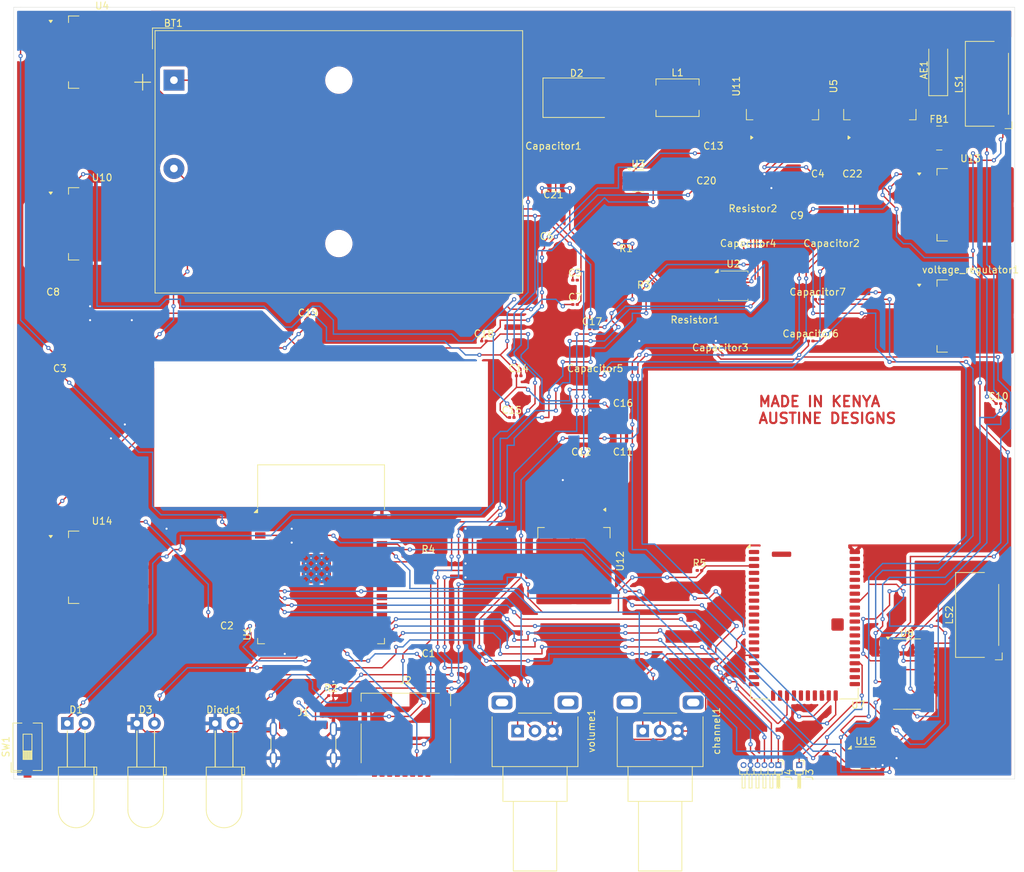
<source format=kicad_pcb>
(kicad_pcb (version 20240108) (generator "pcbnew") (generator_version "8.0")
  (layers (0 "F.Cu" signal) (31 "B.Cu" signal) (34 "B.Paste" user) (35 "F.Paste" user) (36 "B.SilkS" user "B.Silkscreen") (37 "F.SilkS" user "F.Silkscreen") (38 "B.Mask" user) (39 "F.Mask" user) (44 "Edge.Cuts" user))
  (net 0 "")
  (net 1 "Net-(U1-IO21)")
  (net 2 "Net-(U6-DATA)")
  (net 3 "Net-(J1-CC2)")
  (net 4 "GND")
  (net 5 "Net-(J1-VBUS-PadA9)")
  (net 6 "Net-(U2-CHG_IN)")
  (net 7 "Net-(J1-CC1)")
  (net 8 "Net-(U6-CLOCK)")
  (net 9 "Net-(U1-SCK{slash}CLK)")
  (net 10 "Net-(Capacitor3-Pad2)")
  (net 11 "Net-(Capacitor4-Pad2)")
  (net 21 "Net-(J3-Pin_1)")
  (net 28 "Net-(U1-TXD0{slash}IO1)")
  (net 41 "Net-(D3-A)")
  (net 43 "Net-(U7-BAT_IN)")
  (net 46 "Net-(U1-RXD0{slash}IO3)")
  (net 50 "unconnected-(U7-SK2_KEY_AD-Pad28)")
  (net 59 "Net-(U1-SDO{slash}SD0)")
  (net 62 "Net-(U1-IO13)")
  (net 66 "Net-(J4-Pin_1)")
  (net 68 "Net-(U1-IO14)")
  (net 69 "Net-(J4-Pin_2)")
  (net 72 "Net-(U1-VDD)")
  (net 73 "Net-(U1-IO25)")
  (net 74 "Net-(J4-Pin_3)")
  (net 76 "Net-(J2-CMD)")
  (net 79 "Net-(U1-IO12)")
  (net 83 "Net-(U1-IO33)")
  (net 86 "Net-(U1-IO26)")
  (net 88 "Net-(U1-IO32)")
  (net 89 "Net-(J4-Pin_4)")
  (net 90 "Net-(C22-Pad2)")
  (net 91 "Net-(U4-VIN)")
  (net 93 "Net-(U4-OUT)")
  (net 96 "Net-(U5-VIN)")
  (net 98 "Net-(U5-OUT)")
  (net 99 "Net-(U10-OUT)")
  (net 100 "Net-(U10-VIN)")
  (net 105 "Net-(U11-OUT)")
  (net 106 "Net-(U11-VIN)")
  (net 109 "Net-(U12-VIN)")
  (net 110 "Net-(U12-OUT)")
  (net 112 "Net-(U13-VIN)")
  (net 113 "Net-(U13-OUT)")
  (net 115 "Net-(U14-VIN)")
  (net 117 "Net-(U14-OUT)")
  (net 119 "Net-(U3-SW)")
  (net 123 "Net-(D1-K)")
  (net 126 "Net-(BT1-+)")
  (net 136 "Net-(U8-LOUT-)")
  (net 137 "Net-(U15-D2)")
  (net 138 "Net-(U8-PVDD-Pad13)")
  (net 141 "Net-(U15-D1)")
  (net 142 "Net-(U8-VDD)")
  (net 144 "Net-(U8-ROUT+)")
  (net 145 "Net-(U8-LOUT+)")
  (net 147 "Net-(U8-ROUT-)")
  (net 148 "Net-(U15-S2A)")
  (net 151 "Net-(U15-S1A)")
  (net 152 "Net-(D1-A)")
  (net 154 "Net-(D2-K)")
  (net 155 "Net-(C20-Pad1)")
  (net 156 "Net-(U6-VCC(VCO))")
  (net 157 "Net-(C21-Pad1)")
  (net 158 "Net-(Capacitor2-Pad2)")
  (net 159 "Net-(C13-Pad1)")
  (net 160 "Net-(J2-VDD)")
  (net 161 "Net-(C1-Pad1)")
  (net 162 "Net-(C12-Pad2)")
  (net 163 "Net-(U9-AVDD1)")
  (net 164 "Net-(C18-Pad2)")
  (net 165 "Net-(C17-Pad2)")
  (net 166 "Net-(C11-Pad1)")
  (net 167 "Net-(U6-BUSENABLE)")
  (net 168 "Net-(BT1--)")
  (net 169 "Net-(Diode1-A)")
  (net 170 "Net-(U6-RFI1)")
  (net 171 "Net-(AE1-A)")
  (net 172 "Net-(D2-A)")
  (net 174 "Net-(J2-CLK)")
  (net 175 "Net-(J2-DAT1)")
  (net 178 "Net-(voltage_regulator1-OUT)")
  (net 179 "Net-(voltage_regulator1-VIN)")
  (net 182 "Net-(U15-VDD)")
  (net 183 "Net-(Capacitor5-Pad2)")
  (footprint "Package_TO_SOT_SMD:TO-263-5_TabPin3" (layer "F.Cu") (at 156.65 47.4)
    (property "Reference" "U13")
    (property "Value" "LM2576HVS-3.3")
  )
  (footprint "LED_THT:LED_D5.0mm_Horizontal_O6.35mm_Z9.0mm" (layer "F.Cu") (at 26.725 122)
    (property "Reference" "D1")
    (property "Value" "LED")
  )
  (footprint "Capacitor_SMD:C_0201_0603Metric" (layer "F.Cu") (at 139.655 44)
    (property "Reference" "C22")
    (property "Value" "1000uF")
  )
  (footprint "Resistor_SMD:R_0201_0603Metric" (layer "F.Cu") (at 64.655 118)
    (property "Reference" "R2")
    (property "Value" "10k")
  )
  (footprint "Capacitor_SMD:C_0201_0603Metric" (layer "F.Cu") (at 136.655 54)
    (property "Reference" "Capacitor2")
    (property "Value" "0.1uF")
  )
  (footprint "Capacitor_SMD:C_0201_0603Metric" (layer "F.Cu") (at 102.205 65.245)
    (property "Reference" "C17")
    (property "Value" "100nF")
  )
  (footprint "Capacitor_SMD:C_0201_0603Metric" (layer "F.Cu") (at 119.655 40)
    (property "Reference" "C13")
    (property "Value" "1000uF")
  )
  (footprint "Package_TO_SOT_SMD:TO-263-5_TabPin3" (layer "F.Cu") (at 99.6 98.65 -90)
    (property "Reference" "U12")
    (property "Value" "LM2576HVS-3.3")
  )
  (footprint "Potentiometer_THT:Potentiometer_Alps_RK09L_Single_Horizontal" (layer "F.Cu") (at 109.5 123.1 90)
    (property "Reference" "channel1")
    (property "Value" "R_Potentiometer_Small")
  )
  (footprint "Buzzer_Beeper:Speaker_CUI_CMR-1206S-67" (layer "F.Cu") (at 157.6 106.4 90)
    (property "Reference" "LS2")
    (property "Value" "Speaker")
  )
  (footprint "Resistor_SMD:R_0201_0603Metric" (layer "F.Cu") (at 107.105 54.745)
    (property "Reference" "R1")
    (property "Value" "10k")
  )
  (footprint "Capacitor_SMD:C_0201_0603Metric" (layer "F.Cu") (at 86.655 67)
    (property "Reference" "C18")
    (property "Value" "100nF")
  )
  (footprint "Capacitor_SMD:C_0201_0603Metric" (layer "F.Cu") (at 61.345 64)
    (property "Reference" "C19")
    (property "Value" "100nF")
  )
  (footprint "Capacitor_SMD:C_0201_0603Metric" (layer "F.Cu") (at 134.655 61)
    (property "Reference" "Capacitor7")
    (property "Value" "1000uF")
  )
  (footprint "RF_Antenna:Johanson_2450AT43F0100" (layer "F.Cu") (at 152 28 90)
    (property "Reference" "AE1")
    (property "Value" "Antenna")
  )
  (footprint "Capacitor_SMD:C_0201_0603Metric" (layer "F.Cu") (at 78.68 113)
    (property "Reference" "C1")
    (property "Value" "10uF")
  )
  (footprint "RF_Module:Microchip_BM83" (layer "F.Cu") (at 132.75 102.25)
    (property "Reference" "U7")
    (property "Value" "Microchip_BM83")
  )
  (footprint "Package_TO_SOT_SMD:TO-263-5_TabPin3" (layer "F.Cu") (at 31.725 25.445)
    (property "Reference" "U4")
    (property "Value" "LM2576HVS-3.3")
  )
  (footprint "Capacitor_SMD:C_0201_0603Metric" (layer "F.Cu") (at 133.655 67)
    (property "Reference" "Capacitor6")
    (property "Value" "1000uF")
  )
  (footprint "LED_THT:LED_D5.0mm_Horizontal_O6.35mm_Z9.0mm" (layer "F.Cu") (at 48 122)
    (property "Reference" "Diode1")
    (property "Value" "LED")
  )
  (footprint "Capacitor_SMD:C_0201_0603Metric" (layer "F.Cu") (at 134.68 44)
    (property "Reference" "C4")
    (property "Value" "1000uF")
  )
  (footprint "Resistor_SMD:R_0201_0603Metric" (layer "F.Cu") (at 117 65)
    (property "Reference" "Resistor1")
    (property "Value" "1k")
  )
  (footprint "Capacitor_SMD:C_0201_0603Metric" (layer "F.Cu") (at 49.68 109)
    (property "Reference" "C2")
    (property "Value" "1000uF")
  )
  (footprint "Capacitor_SMD:C_0201_0603Metric" (layer "F.Cu") (at 102.655 72)
    (property "Reference" "Capacitor5")
    (property "Value" "100nF")
  )
  (footprint "Capacitor_SMD:C_0201_0603Metric" (layer "F.Cu") (at 24.68 61)
    (property "Reference" "C8")
    (property "Value" "1000uF")
  )
  (footprint "Capacitor_SMD:C_0201_0603Metric" (layer "F.Cu") (at 96.655 47)
    (property "Reference" "C21")
    (property "Value" "10uF")
  )
  (footprint "RF_Module:ESP32-WROOM-32" (layer "F.Cu") (at 63.225 100.665)
    (property "Reference" "U1")
    (property "Value" "ESP32-WROOM-32")
  )
  (footprint "Package_TO_SOT_SMD:TO-263-5_TabPin3" (layer "F.Cu") (at 31.725 99.545)
    (property "Reference" "U14")
    (property "Value" "LM2576HVS-3.3")
  )
  (footprint "Button_Switch_SMD:SW_DIP_SPSTx01_Slide_6.7x4.1mm_W6.73mm_P2.54mm_LowProfile_JPin" (layer "F.Cu") (at 21 125.365 90)
    (property "Reference" "SW1")
    (property "Value" "on/off")
  )
  (footprint "Package_TO_SOT_SMD:TO-263-5_TabPin3" (layer "F.Cu") (at 156.65 63.4)
    (property "Reference" "voltage_regulator1")
    (property "Value" "LM2576HVS-3.3")
  )
  (footprint "Resistor_SMD:R_0201_0603Metric" (layer "F.Cu") (at 78.655 98)
    (property "Reference" "R4")
    (property "Value" "4.7k")
  )
  (footprint "Connector_PinHeader_1.00mm:PinHeader_1x06_P1.00mm_Horizontal" (layer "F.Cu") (at 129 128 -90)
    (property "Reference" "J4")
    (property "Value" "Conn_01x06_Pin")
  )
  (footprint "Resistor_SMD:R_0201_0603Metric" (layer "F.Cu") (at 117.655 100)
    (property "Reference" "R5")
    (property "Value" "4.7k")
  )
  (footprint "Package_TO_SOT_SMD:TO-263-5_TabPin3" (layer "F.Cu") (at 129.6 30.35 90)
    (property "Reference" "U11")
    (property "Value" "LM2576HVS-3.3")
  )
  (footprint "Package_TO_SOT_SMD:TO-263-5_TabPin3" (layer "F.Cu") (at 143.6 30.35 90)
    (property "Reference" "U5")
    (property "Value" "LM2576HVS-3.3")
  )
  (footprint "Capacitor_SMD:C_0201_0603Metric" (layer "F.Cu") (at 100.655 84)
    (property "Reference" "C12")
    (property "Value" "1000uF")
  )
  (footprint "Inductor_SMD:L_Neosid_SM-PIC0512H" (layer "F.Cu") (at 114.5 32)
    (property "Reference" "L1")
    (property "Value" "L")
  )
  (footprint "Capacitor_SMD:C_0201_0603Metric" (layer "F.Cu") (at 90.655 78)
    (property "Reference" "C15")
    (property "Value" "100nF")
  )
  (footprint "Capacitor_SMD:C_0201_0603Metric" (layer "F.Cu") (at 106.655 77)
    (property "Reference" "C16")
    (property "Value" "100nF")
  )
  (footprint "Resistor_SMD:R_0201_0603Metric" (layer "F.Cu") (at 125.345 49)
    (property "Reference" "Resistor2")
    (property "Value" "1k")
  )
  (footprint "Capacitor_SMD:C_0201_0603Metric" (layer "F.Cu") (at 160.655 76)
    (property "Reference" "C10")
    (property "Value" "1000uF")
  )
  (footprint "Package_CSP:LFCSP-WD-10-1EP_3x3mm_P0.5mm_EP1.64x2.38mm" (layer "F.Cu") (at 141.5525 127)
    (property "Reference" "U15")
    (property "Value" "ADG884xCP")
  )
  (footprint "Package_SO:SOP-16_3.9x9.9mm_P1.27mm" (layer "F.Cu") (at 147.5 114.905)
    (property "Reference" "U8")
    (property "Value" "PAM8403D")
  )
  (footprint "Potentiometer_THT:Potentiometer_Alps_RK09L_Single_Horizontal" (layer "F.Cu") (at 91.5 123.1 90)
    (property "Reference" "volume1")
    (property "Value" "R_Potentiometer_Small")
  )
  (footprint "Capacitor_SMD:C_0201_0603Metric" (layer "F.Cu") (at 95.68 53)
    (property "Reference" "C6")
    (property "Value" "100nF")
  )
  (footprint "Capacitor_SMD:C_0201_0603Metric" (layer "F.Cu") (at 99.755 58.245)
    (property "Reference" "C5")
    (property "Value" "100uF")
  )
  (footprint "Connector_PinHeader_1.00mm:PinHeader_1x01_P1.00mm_Horizontal" (layer "F.Cu") (at 132 128 -90)
    (property "Reference" "J3")
    (property "Value" "Conn_01x01_Pin")
  )
  (footprint "Package_SON:WSON-14-1EP_4.0x4.0mm_P0.5mm_EP2.6x2.6mm" (layer "F.Cu") (at 122.51 59.06)
    (property "Reference" "U2")
    (property "Value" "LP3947")
  )
  (footprint "Capacitor_SMD:C_0201_0603Metric" (layer "F.Cu") (at 124.655 54)
    (property "Reference" "Capacitor4")
    (property "Value" "100nF")
  )
  (footprint "Resistor_SMD:R_0201_0603Metric" (layer "F.Cu") (at 109.655 60)
    (property "Reference" "R3")
    (property "Value" "10k")
  )
  (footprint "Battery:BatteryHolder_Keystone_2479_3xAAA" (layer "F.Cu") (at 42.06 29.48)
    (property "Reference" "BT1")
    (property "Value" "Battery")
  )
  (footprint "Connector_USB:USB_C_Receptacle_GCT_USB4105-xx-A_16P_TopMnt_Horizontal" (layer "F.Cu") (at 60.68 125.925)
    (property "Reference" "J1")
    (property "Value" "USB_C_Receptacle_PowerOnly_6P")
  )
  (footprint "LED_THT:LED_D5.0mm_Horizontal_O6.35mm_Z9.0mm" (layer "F.Cu") (at 36.725 122)
    (property "Reference" "D3")
    (property "Value" "LED")
  )
  (footprint "Capacitor_SMD:C_0201_0603Metric" (layer "F.Cu") (at 91.655 72)
    (property "Reference" "C14")
    (property "Value" "1000uF")
  )
  (footprint "Capacitor_SMD:C_0201_0603Metric" (layer "F.Cu") (at 131.68 50)
    (property "Reference" "C9")
    (property "Value" "1000uF")
  )
  (footprint "Capacitor_SMD:C_0201_0603Metric" (layer "F.Cu") (at 118.655 45)
    (property "Reference" "C20")
    (property "Value" "1000uF")
  )
  (footprint "Capacitor_SMD:C_0201_0603Metric" (layer "F.Cu") (at 96.655 40)
    (property "Reference" "Capacitor1")
    (property "Value" "1000uF")
  )
  (footprint "Capacitor_SMD:C_0201_0603Metric" (layer "F.Cu") (at 99.755 61.745)
    (property "Reference" "C7")
    (property "Value" "1000uF")
  )
  (footprint "Package_TO_SOT_SMD:TO-263-5_TabPin3" (layer "F.Cu") (at 31.725 50.145)
    (property "Reference" "U10")
    (property "Value" "LM2576HVS-3.3")
  )
  (footprint "Inductor_SMD:L_Taiyo-Yuden_BK_Array_1206_3216Metric" (layer "F.Cu") (at 152.15 37.8)
    (property "Reference" "FB1")
    (property "Value" "FerriteBead")
  )
  (footprint "Capacitor_SMD:C_0201_0603Metric" (layer "F.Cu") (at 25.655 72)
    (property "Reference" "C3")
    (property "Value" "1000uF")
  )
  (footprint "Capacitor_SMD:C_0201_0603Metric" (layer "F.Cu") (at 120.655 69)
    (property "Reference" "Capacitor3")
    (property "Value" "100nF")
  )
  (footprint "Capacitor_SMD:C_0201_0603Metric" (layer "F.Cu") (at 106.655 84)
    (property "Reference" "C11")
    (property "Value" "1000uF")
  )
  (footprint "Diode_SMD:D_3220_8050Metric_Pad2.65x5.15mm_HandSolder" (layer "F.Cu") (at 100 32)
    (property "Reference" "D2")
    (property "Value" "D_Schottky")
  )
  (footprint "Package_TO_SOT_SMD:SOT-23-6" (layer "F.Cu") (at 108.8625 43.95)
    (property "Reference" "U3")
    (property "Value" "MT3608")
  )
  (footprint "Buzzer_Beeper:Speaker_CUI_CMR-1206S-67" (layer "F.Cu") (at 159 30 90)
    (property "Reference" "LS1")
    (property "Value" "Speaker")
  )
  (footprint "Connector_Card:microSD_HC_Hirose_DM3D-SF" (layer "F.Cu") (at 75.425 123.45)
    (property "Reference" "J2")
    (property "Value" "Micro_SD_Card")
  )
  (gr_line (start 163 130) (end 19 130) (stroke (width 0.05)) (layer "Edge.Cuts"))
  (gr_line (start 163 19) (end 163 128) (stroke (width 0.05)) (layer "Edge.Cuts"))
  (gr_line (start 20 19) (end 163 19) (stroke (width 0.05)) (layer "Edge.Cuts"))
  (gr_line (start 163 128) (end 163 130) (stroke (width 0.05)) (layer "Edge.Cuts"))
  (gr_line (start 19 19) (end 20 19) (stroke (width 0.05)) (layer "Edge.Cuts"))
  (gr_line (start 19 130) (end 19 19) (stroke (width 0.05)) (layer "Edge.Cuts"))
  (gr_text "MADE IN KENYA\nAUSTINE DESIGNS" (at 126 79 0) (layer "F.Cu") (effects (font (size 1.5 1.5) (thickness 0.3) (bold yes)) (justify left bottom)))
  (segment (start 78.409999 98.765) (end 78.975 98.199999) (width 0.2) (layer "F.Cu") (net 1))
  (segment (start 71.975 98.765) (end 78.409999 98.765) (width 0.2) (layer "F.Cu") (net 1))
  (segment (start 78.975 98.199999) (end 78.975 98) (width 0.2) (layer "F.Cu") (net 1))
  (segment (start 62.43 119.905) (end 62.43 122.245) (width 0.2) (layer "F.Cu") (net 3))
  (segment (start 64.335 118) (end 62.43 119.905) (width 0.2) (layer "F.Cu") (net 3))
  (segment (start 41 94) (end 38.23 96.77) (width 0.2) (layer "F.Cu") (net 4))
  (segment (start 24.075 50.145) (end 33.225 50.145) (width 0.2) (layer "F.Cu") (net 4))
  (segment (start 151.3 116.509999) (end 150.999999 116.81) (width 0.2) (layer "F.Cu") (net 4))
  (segment (start 106 69) (end 107 69) (width 0.2) (layer "F.Cu") (net 4))
  (segment (start 70.458578 124.025) (end 75 124.025) (width 0.2) (layer "F.Cu") (net 4))
  (segment (start 99.6 91) (end 99.6 88.6) (width 0.2) (layer "F.Cu") (net 4))
  (segment (start 124.724386 59.06) (end 124.41 59.06) (width 0.2) (layer "F.Cu") (net 4))
  (segment (start 151.7 121.3) (end 151.7 117.510001) (width 0.2) (layer "F.Cu") (net 4))
  (segment (start 57.415 92.415) (end 59 94) (width 0.2) (layer "F.Cu") (net 4))
  (segment (start 89.025 124.025) (end 91 126) (width 0.2) (layer "F.Cu") (net 4))
  (segment (start 115.9 123.1) (end 114.5 123.1) (width 0.2) (layer "F.Cu") (net 4))
  (segment (start 150 111.73) (end 150.73 111.73) (width 0.2) (layer "F.Cu") (net 4))
  (segment (start 118.55 120.45) (end 115.9 123.1) (width 0.2) (layer "F.Cu") (net 4))
  (segment (start 93.1 94) (end 96.825 97.725) (width 0.2) (layer "F.Cu") (net 4))
  (segment (start 64.975 118) (end 68.2 118) (width 0.2) (layer "F.Cu") (net 4))
  (segment (start 105 71) (end 106 70) (width 0.2) (layer "F.Cu") (net 4))
  (segment (start 24.075 25.445) (end 28.025 25.445) (width 0.2) (layer "F.Cu") (net 4))
  (segment (start 143.6 44.3) (end 146.7 47.4) (width 0.2) (layer "F.Cu") (net 4))
  (segment (start 57.515 107.685) (end 61.02 104.18) (width 0.2) (layer "F.Cu") (net 4))
  (segment (start 118.55 117.662501) (end 118.55 120.45) (width 0.2) (layer "F.Cu") (net 4))
  (segment (start 57.515 110.175) (end 57.515 111.515) (width 0.2) (layer "F.Cu") (net 4))
  (segment (start 139.848529 65) (end 141.448529 63.4) (width 0.2) (layer "F.Cu") (net 4))
  (segment (start 84 99) (end 84 94) (width 0.2) (layer "F.Cu") (net 4))
  (segment (start 107.062501 43.95) (end 106.7625 44.250001) (width 0.2) (layer "F.Cu") (net 4))
  (segment (start 106.7625 53.882501) (end 107.425 54.545001) (width 0.2) (layer "F.Cu") (net 4))
  (segment (start 57.515406 124) (end 63.844594 124) (width 0.2) (layer "F.Cu") (net 4))
  (segment (start 46.8 123.2) (end 48 122) (width 0.2) (layer "F.Cu") (net 4))
  (segment (start 64.975 116.025) (end 64.975 118) (width 0.2) (layer "F.Cu") (net 4))
  (segment (start 125 128) (end 125 126.9) (width 0.2) (layer "F.Cu") (net 4))
  (segment (start 102 77) (end 102 75) (width 0.2) (layer "F.Cu") (net 4))
  (segment (start 129.6 38) (end 129.6 40.4) (width 0.2) (layer "F.Cu") (net 4))
  (segment (start 65 123) (end 65 122.82) (width 0.2) (layer "F.Cu") (net 4))
  (segment (start 106.7625 44.250001) (end 106.7625 53.882501) (width 0.2) (layer "F.Cu") (net 4))
  (segment (start 54.475 92.415) (end 40.005 92.415) (width 0.2) (layer "F.Cu") (net 4))
  (segment (start 141.448529 63.4) (end 149 63.4) (width 0.2) (layer "F.Cu") (net 4))
  (segment (start 30.8 28.22) (end 30.8 42.52) (width 0.2) (layer "F.Cu") (net 4))
  (segment (start 35 79) (end 33 81) (width 0.2) (layer "F.Cu") (net 4))
  (segment (start 87 114) (end 84 111) (width 0.2) (layer "F.Cu") (net 4))
  (segment (start 38.23 96.77) (end 35.65 96.77) (width 0.2) (layer "F.Cu") (net 4))
  (segment (start 63.844594 124) (end 65 122.844594) (width 0.2) (layer "F.Cu") (net 4))
  (segment (start 96.5 123.1) (end 96.5 115.5) (width 0.2) (layer "F.Cu") (net 4))
  (segment (start 61.02 104.18) (end 61.02 101.28) (width 0.2) (layer "F.Cu") (net 4))
  (segment (start 71.975 92.415) (end 69.885 92.415) (width 0.2) (layer "F.Cu") (net 4))
  (segment (start 117.32 65) (end 117.32 64.64) (width 0.2) (layer "F.Cu") (net 4))
  (segment (start 69.775 119.575) (end 70.4 120.2) (width 0.2) (layer "F.Cu") (net 4))
  (segment (start 97.7 124.3) (end 113.3 124.3) (width 0.2) (layer "F.Cu") (net 4))
  (segment (start 30 64) (end 36 64) (width 0.2) (layer "F.Cu") (net 4))
  (segment (start 99.6 91) (end 99.6 94.95) (width 0.2) (layer "F.Cu") (net 4))
  (segment (start 143.6 38) (end 143.6 44.3) (width 0.2) (layer "F.Cu") (net 4))
  (segment (start 149 63.4) (end 158.15 63.4) (width 0.2) (layer "F.Cu") (net 4))
  (segment (start 99.6 88.6) (end 98 87) (width 0.2) (layer "F.Cu") (net 4))
  (segment (start 35 61) (end 30 61) (width 0.2) (layer "F.Cu") (net 4))
  (segment (start 61.02 98.02) (end 61.02 98.23) (width 0.2) (layer "F.Cu") (net 4))
  (segment (start 24.075 99.545) (end 28.025 99.545) (width 0.2) (layer "F.Cu") (net 4))
  (segment (start 73.1 125.925) (end 75 124.025) (width 0.2) (layer "F.Cu") (net 4))
  (segment (start 126.825 31.275) (end 129.6 34.05) (width 0.2) (layer "F.Cu") (net 4))
  (segment (start 35.65 60.35) (end 35 61) (width 0.2) (layer "F.Cu") (net 4))
  (segment (start 113.3 124.3) (end 114.5 123.1) (width 0.2) (layer "F.Cu") (net 4))
  (segment (start 143 128) (end 144 128) (width 0.2) (layer "F.Cu") (net 4))
  (segment (start 84 111) (end 84 101) (width 0.2) (layer "F.Cu") (net 4))
  (segment (start 65 122.82) (end 65 127) (width 0.2) (layer "F.Cu") (net 4))
  (segment (start 28.025 25.445) (end 30.8 28.22) (width 0.2) (layer "F.Cu") (net 4))
  (segment (start 64.975 118) (end 64.975 118.975) (width 0.2) (layer "F.Cu") (net 4))
  (segment (start 75 124.025) (end 89.025 124.025) (width 0.2) (layer "F.Cu") (net 4))
  (segment (start 65 119) (end 65 122.82) (width 0.2) (layer "F.Cu") (net 4))
  (segment (start 36.725 122) (end 37.925 123.2) (width 0.2) (layer "F.Cu") (net 4))
  (segment (start 56.36 122.844594) (end 57.515406 124) (width 0.2) (layer "F.Cu") (net 4))
  (segment (start 146.7 47.4) (end 149 47.4) (width 0.2) (layer "F.Cu") (net 4))
  (segment (start 124.000001 112.2125) (end 118.55 117.662501) (width 0.2) (layer "F.Cu") (net 4))
  (segment (start 120.011764 66.988236) (end 118.023528 65) (width 0.2) (layer "F.Cu") (net 4))
  (segment (start 56.36 122.82) (end 56.36 122.844594) (width 0.2) (layer "F.Cu") (net 4))
  (segment (start 125.665 49) (end 125.665 58.119386) (width 0.2) (layer "F.Cu") (net 4))
  (segment (start 149 47.4) (end 158.15 47.4) (width 0.2) (layer "F.Cu") (net 4))
  (segment (start 141.5525 127) (end 142.5525 128) (width 0.2) (layer "F.Cu") (net 4))
  (segment (start 151.7 117.510001) (end 150.999999 116.81) (width 0.2) (layer "F.Cu") (net 4))
  (segment (start 151.3 112.3) (end 151.3 116.509999) (width 0.2) (layer "F.Cu") (net 4))
  (segment (start 150.999999 116.81) (end 150 116.81) (width 0.2) (layer "F.Cu") (net 4))
  (segment (start 90 94) (end 93.1 94) (width 0.2) (layer "F.Cu") (net 4))
  (segment (start 96.5 115.5) (end 95 114) (width 0.2) (layer "F.Cu") (net 4))
  (segment (start 59 96) (end 61.02 98.02) (width 0.2) (layer "F.Cu") (net 4))
  (segment (start 142.5525 128) (end 143 128) (width 0.2) (layer "F.Cu") (net 4))
  (segment (start 35.65 52.92) (end 35.65 60.35) (width 0.2) (layer "F.Cu") (net 4))
  (segment (start 143.6 34.05) (end 143.6 38) (width 0.2) (layer "F.Cu") (net 4))
  (segment (start 150.73 111.73) (end 151.3 112.3) (width 0.2) (layer "F.Cu") (net 4))
  (segment (start 140.825 31.275) (end 143.6 34.05) (width 0.2) (layer "F.Cu") (net 4))
  (segment (start 55.98 123.2) (end 56.36 122.82) (width 0.2) (layer "F.Cu") (net 4))
  (segment (start 95 114) (end 87 114) (width 0.2) (layer "F.Cu") (net 4))
  (segment (start 93.6 126) (end 96.5 123.1) (width 0.2) (layer "F.Cu") (net 4))
  (segment (start 69.885 92.415) (end 64.07 98.23) (width 0.2) (layer "F.Cu") (net 4))
  (segment (start 57.515 110.175) (end 57.515 107.685) (width 0.2) (layer "F.Cu") (net 4))
  (segment (start 68.2 118) (end 69.775 119.575) (width 0.2) (layer "F.Cu") (net 4))
  (segment (start 70.4 123.966422) (end 70.458578 124.025) (width 0.2) (layer "F.Cu") (net 4))
  (segment (start 125 126.9) (end 118.55 120.45) (width 0.2) (layer "F.Cu") (net 4))
  (segment (start 73.1 128.8) (end 73.1 125.925) (width 0.2) (layer "F.Cu") (net 4))
  (segment (start 118.023528 65) (end 117.32 65) (width 0.2) (layer "F.Cu") (net 4))
  (segment (start 96.5 123.1) (end 97.7 124.3) (width 0.2) (layer "F.Cu") (net 4))
  (segment (start 40.005 92.415) (end 35.65 96.77) (width 0.2) (layer "F.Cu") (net 4))
  (segment (start 99.6 94.95) (end 96.825 97.725) (width 0.2) (layer "F.Cu") (net 4))
  (segment (start 125.665 47.335) (end 125.665 49) (width 0.2) (layer "F.Cu") (net 4))
  (segment (start 129.6 34.05) (end 129.6 38) (width 0.2) (layer "F.Cu") (net 4))
  (segment (start 150 111.73) (end 145 111.73) (width 0.2) (layer "F.Cu") (net 4))
  (segment (start 155.725 50.175) (end 155.725 60.625) (width 0.2) (layer "F.Cu") (net 4))
  (segment (start 107.425 54.545001) (end 107.425 54.745) (width 0.2) (layer "F.Cu") (net 4))
  (segment (start 117.32 65) (end 139.848529 65) (width 0.2) (layer "F.Cu") (net 4))
  (segment (start 117.32 64.64) (end 107.425 54.745) (width 0.2) (layer "F.Cu") (net 4))
  (segment (start 65 122.844594) (end 65 122.82) (width 0.2) (layer "F.Cu") (net 4))
  (segment (start 49.2 123.2) (end 55.98 123.2) (width 0.2) (layer "F.Cu") (net 4))
  (segment (start 65 116) (end 64.975 116.025) (width 0.2) (layer "F.Cu") (net 4))
  (segment (start 124.75 112.2125) (end 124.000001 112.2125) (width 0.2) (layer "F.Cu") (net 4))
  (segment (start 48 122) (end 49.2 123.2) (width 0.2) (layer "F.Cu") (net 4))
  (segment (start 129.6 40.4) (end 127 43) (width 0.2) (layer "F.Cu") (net 4))
  (segment (start 107.725 43.95) (end 107.062501 43.95) (width 0.2) (layer "F.Cu") (net 4))
  (segment (start 107 69) (end 109 67) (width 0.2) (layer "F.Cu") (net 4))
  (segment (start 106 70) (end 106 69) (width 0.2) (layer "F.Cu") (net 4))
  (segment (start 146 127) (end 151.7 121.3) (width 0.2) (layer "F.Cu") (net 4))
  (segment (start 70.4 120.2) (end 70.4 123.966422) (width 0.2) (layer "F.Cu") (net 4))
  (segment (start 30 61) (end 30 62) (width 0.2) (layer "F.Cu") (net 4))
  (segment (start 128 45) (end 125.665 47.335) (width 0.2) (layer "F.Cu") (net 4))
  (segment (start 30.8 42.52) (end 35.65 47.37) (width 0.2) (layer "F.Cu") (net 4))
  (segment (start 56.36 127) (end 56.36 122.82) (width 0.2) (layer "F.Cu") (net 4))
  (segment (start 64.975 118.975) (end 65 119) (width 0.2) (layer "F.Cu") (net 4))
  (segment (start 37.925 123.2) (end 46.8 123.2) (width 0.2) (layer "F.Cu") (net 4))
  (segment (start 91 126) (end 93.6 126) (width 0.2) (layer "F.Cu") (net 4))
  (segment (start 54.475 92.415) (end 57.415 92.415) (width 0.2) (layer "F.Cu") (net 4))
  (segment (start 64 124) (end 65 123) (width 0.2) (layer "F.Cu") (net 4))
  (segment (start 57.515 111.515) (end 58 112) (width 0.2) (layer "F.Cu") (net 4))
  (segment (start 28.025 99.545) (end 30.8 96.77) (width 0.2) (layer "F.Cu") (net 4))
  (via (at 59 96) (size 0.6) (drill 0.3) (layers "F.Cu" "B.Cu") (net 4))
  (via (at 146 127) (size 0.6) (drill 0.3) (layers "F.Cu" "B.Cu") (net 4))
  (via (at 127 43) (size 0.6) (drill 0.3) (layers "F.Cu" "B.Cu") (net 4))
  (via (at 144 128) (size 0.6) (drill 0.3) (layers "F.Cu" "B.Cu") (net 4))
  (via (at 41 94) (size 0.6) (drill 0.3) (layers "F.Cu" "B.Cu") (net 4))
  (via (at 30 62) (size 0.6) (drill 0.3) (layers "F.Cu" "B.Cu") (net 4))
  (via (at 120.011764 66.988236) (size 0.6) (drill 0.3) (layers "F.Cu" "B.Cu") (net 4))
  (via (at 84 94) (size 0.6) (drill 0.3) (layers "F.Cu" "B.Cu") (net 4))
  (via (at 105 71) (size 0.6) (drill 0.3) (layers "F.Cu" "B.Cu") (net 4))
  (via (at 36 64) (size 0.6) (drill 0.3) (layers "F.Cu" "B.Cu") (net 4))
  (via (at 84 101) (size 0.6) (drill 0.3) (layers "F.Cu" "B.Cu") (net 4))
  (via (at 109 67) (size 0.6) (drill 0.3) (layers "F.Cu" "B.Cu") (net 4))
  (via (at 90 94) (size 0.6) (drill 0.3) (layers "F.Cu" "B.Cu") (net 4))
  (via (at 59 94) (size 0.6) (drill 0.3) (layers "F.Cu" "B.Cu") (net 4))
  (via (at 98 87) (size 0.6) (drill 0.3) (layers "F.Cu" "B.Cu") (net 4))
  (via (at 102 75) (size 0.6) (drill 0.3) (layers "F.Cu" "B.Cu") (net 4))
  (via (at 65 116) (size 0.6) (drill 0.3) (layers "F.Cu" "B.Cu") (net 4))
  (via (at 30 64) (size 0.6) (drill 0.3) (layers "F.Cu" "B.Cu") (net 4))
  (via (at 102 77) (size 0.6) (drill 0.3) (layers "F.Cu" "B.Cu") (net 4))
  (via (at 84 99) (size 0.6) (drill 0.3) (layers "F.Cu" "B.Cu") (net 4))
  (via (at 58 112) (size 0.6) (drill 0.3) (layers "F.Cu" "B.Cu") (net 4))
  (via (at 35 79) (size 0.6) (drill 0.3) (layers "F.Cu" "B.Cu") (net 4))
  (via (at 128 45) (size 0.6) (drill 0.3) (layers "F.Cu" "B.Cu") (net 4))
  (via (at 33 81) (size 0.6) (drill 0.3) (layers "F.Cu" "B.Cu") (net 4))
  (segment (start 65 115) (end 65 116) (width 0.2) (layer "B.Cu") (net 4))
  (segment (start 103 73) (end 104 73) (width 0.2) (layer "B.Cu") (net 4))
  (segment (start 98 87) (end 100 85) (width 0.2) (layer "B.Cu") (net 4))
  (segment (start 103 74) (end 103 73) (width 0.2) (layer "B.Cu") (net 4))
  (segment (start 109 67) (end 120 67) (width 0.2) (layer "B.Cu") (net 4))
  (segment (start 33 83) (end 35 85) (width 0.2) (layer "B.Cu") (net 4))
  (segment (start 100 85) (end 102 85) (width 0.2) (layer "B.Cu") (net 4))
  (segment (start 102 85) (end 102 77) (width 0.2) (layer "B.Cu") (net 4))
  (segment (start 33 81) (end 33 83) (width 0.2) (layer "B.Cu") (net 4))
  (segment (start 84 101) (end 84 99) (width 0.2) (layer "B.Cu") (net 4))
  (segment (start 58 112) (end 62 112) (width 0.2) (layer "B.Cu") (net 4))
  (segment (start 104 73) (end 105 72) (width 0.2) (layer "B.Cu") (net 4))
  (segment (start 84 94) (end 90 94) (width 0.2) (layer "B.Cu") (net 4))
  (segment (start 35 85) (end 38 85) (width 0.2) (layer "B.Cu") (net 4))
  (segment (start 30 62) (end 30 64) (width 0.2) (layer "B.Cu") (net 4))
  (segment (start 36 64) (end 36 78) (width 0.2) (layer "B.Cu") (net 4))
  (segment (start 144 128) (end 145 128) (width 0.2) (layer "B.Cu") (net 4))
  (segment (start 127 43) (end 127 44) (width 0.2) (layer "B.Cu") (net 4))
  (segment (start 38 85) (end 38 91) (width 0.2) (layer "B.Cu") (net 4))
  (segment (start 127 44) (end 128 45) (width 0.2) (layer "B.Cu") (net 4))
  (segment (start 38 91) (end 41 94) (width 0.2) (layer "B.Cu") (net 4))
  (segment (start 105 72) (end 105 71) (width 0.2) (layer "B.Cu") (net 4))
  (segment (start 120 67) (end 120.011764 66.988236) (width 0.2) (layer "B.Cu") (net 4))
  (segment (start 102 75) (end 103 74) (width 0.2) (layer "B.Cu") (net 4))
  (segment (start 36 78) (end 35 79) (width 0.2) (layer "B.Cu") (net 4))
  (segment (start 145 128) (end 146 127) (width 0.2) (layer "B.Cu") (net 4))
  (segment (start 59 94) (end 59 96) (width 0.2) (layer "B.Cu") (net 4))
  (segment (start 62 112) (end 65 115) (width 0.2) (layer "B.Cu") (net 4))
  (segment (start 102 70) (end 98 70) (width 0.2) (layer "F.Cu") (net 5))
  (segment (start 85 95) (end 85 100) (width 0.2) (layer "F.Cu") (net 5))
  (segment (start 78 111) (end 76 111) (width 0.2) (layer "F.Cu") (net 5))
  (segment (start 86 95) (end 85 95) (width 0.2) (layer "F.Cu") (net 5))
  (segment (start 109.975 62.975) (end 110 63) (width 0.2) (layer "F.Cu") (net 5))
  (segment (start 78 119) (end 76 121) (width 0.2) (layer "F.Cu") (net 5))
  (segment (start 75 112) (end 75 113) (width 0.2) (layer "F.Cu") (net 5))
  (segment (start 96 78) (end 95 78) (width 0.2) (layer "F.Cu") (net 5))
  (segment (start 96 75) (end 96 78) (width 0.2) (layer "F.Cu") (net 5))
  (segment (start 79 110) (end 78 111) (width 0.2) (layer "F.Cu") (net 5))
  (segment (start 76 121) (end 73 121) (width 0.2) (layer "F.Cu") (net 5))
  (segment (start 76 111) (end 75 112) (width 0.2) (layer "F.Cu") (net 5))
  (segment (start 85 100) (end 79 100) (width 0.2) (layer "F.Cu") (net 5))
  (segment (start 109.975 60) (end 109.975 62.975) (width 0.2) (layer "F.Cu") (net 5))
  (segment (start 79 100) (end 79 110) (width 0.2) (layer "F.Cu") (net 5))
  (segment (start 89 92) (end 86 95) (width 0.2) (layer "F.Cu") (net 5))
  (via (at 78 119) (size 0.6) (drill 0.3) (layers "F.Cu" "B.Cu") (net 5))
  (via (at 95 78) (size 0.6) (drill 0.3) (layers "F.Cu" "B.Cu") (net 5))
  (via (at 98 70) (size 0.6) (drill 0.3) (layers "F.Cu" "B.Cu") (net 5))
  (via (at 73 121) (size 0.6) (drill 0.3) (layers "F.Cu" "B.Cu") (net 5))
  (via (at 110 63) (size 0.6) (drill 0.3) (layers "F.Cu" "B.Cu") (net 5))
  (via (at 60 119) (size 0.6) (drill 0.3) (layers "F.Cu" "B.Cu") (net 5))
  (via (at 96 75) (size 0.6) (drill 0.3) (layers "F.Cu" "B.Cu") (net 5))
  (via (at 89 92) (size 0.6) (drill 0.3) (layers "F.Cu" "B.Cu") (net 5))
  (via (at 75 113) (size 0.6) (drill 0.3) (layers "F.Cu" "B.Cu") (net 5))
  (via (at 102 70) (size 0.6) (drill 0.3) (layers "F.Cu" "B.Cu") (net 5))
  (segment (start 110 63) (end 108 63) (width 0.2) (layer "B.Cu") (net 5))
  (segment (start 104 68) (end 102 68) (width 0.2) (layer "B.Cu") (net 5))
  (segment (start 73 121) (end 62 121) (width 0.2) (layer "B.Cu") (net 5))
  (segment (start 91 81) (end 91 82) (width 0.2) (layer "B.Cu") (net 5))
  (segment (start 90 82) (end 90 91) (width 0.2) (layer "B.Cu") (net 5))
  (segment (start 94 78) (end 93 79) (width 0.2) (layer "B.Cu") (net 5))
  (segment (start 95 78) (end 94 78) (width 0.2) (layer "B.Cu") (net 5))
  (segment (start 98 72) (end 96 74) (width 0.2) (layer "B.Cu") (net 5))
  (segment (start 62 121) (end 60 119) (width 0.2) (layer "B.Cu") (net 5))
  (segment (start 108 63) (end 108 64) (width 0.2) (layer "B.Cu") (net 5))
  (segment (start 93 79) (end 91 81) (width 0.2) (layer "B.Cu") (net 5))
  (segment (start 90 91) (end 89 92) (width 0.2) (layer "B.Cu") (net 5))
  (segment (start 75 116) (end 78 119) (width 0.2) (layer "B.Cu") (net 5))
  (segment (start 108 64) (end 105 67) (width 0.2) (layer "B.Cu") (net 5))
  (segment (start 91 82) (end 90 82) (width 0.2) (layer "B.Cu") (net 5))
  (segment (start 102 68) (end 102 70) (width 0.2) (layer "B.Cu") (net 5))
  (segment (start 98 70) (end 98 72) (width 0.2) (layer "B.Cu") (net 5))
  (segment (start 96 74) (end 96 75) (width 0.2) (layer "B.Cu") (net 5))
  (segment (start 75 113) (end 75 116) (width 0.2) (layer "B.Cu") (net 5))
  (segment (start 105 67) (end 104 68) (width 0.2) (layer "B.Cu") (net 5))
  (segment (start 125.265 56.705) (end 124.41 57.56) (width 0.2) (layer "F.Cu") (net 6))
  (segment (start 125.265 56.265) (end 125.265 56.705) (width 0.2) (layer "F.Cu") (net 6))
  (segment (start 125 56) (end 125.265 56.265) (width 0.2) (layer "F.Cu") (net 6))
  (segment (start 124 56) (end 125 56) (width 0.2) (layer "F.Cu") (net 6))
  (segment (start 109.335 59.665) (end 110 59) (width 0.2) (layer "F.Cu") (net 6))
  (segment (start 109.335 60) (end 109.335 59.665) (width 0.2) (layer "F.Cu") (net 6))
  (via (at 124 56) (size 0.6) (drill 0.3) (layers "F.Cu" "B.Cu") (net 6))
  (via (at 110 59) (size 0.6) (drill 0.3) (layers "F.Cu" "B.Cu") (net 6))
  (segment (start 110 59) (end 113 56) (width 0.2) (layer "B.Cu") (net 6))
  (segment (start 113 56) (end 124 56) (width 0.2) (layer "B.Cu") (net 6))
  (segment (start 82 94) (end 82 95) (width 0.2) (layer "F.Cu") (net 7))
  (segment (start 110 58) (end 108 60) (width 0.2) (layer "F.Cu") (net 7))
  (segment (start 102 67) (end 99 67) (width 0.2) (layer "F.Cu") (net 7))
  (segment (start 81 114) (end 84 114) (width 0.2) (layer "F.Cu") (net 7))
  (segment (start 81.925 116.925) (end 66.075 116.925) (width 0.2) (layer "F.Cu") (net 7))
  (segment (start 105 64) (end 106 65) (width 0.2) (layer "F.Cu") (net 7))
  (segment (start 87 93) (end 83 93) (width 0.2) (layer "F.Cu") (net 7))
  (segment (start 109.840001 58) (end 110 58) (width 0.2) (layer "F.Cu") (net 7))
  (segment (start 66.075 116.925) (end 66 117) (width 0.2) (layer "F.Cu") (net 7))
  (segment (start 106.785 54.944999) (end 109.840001 58) (width 0.2) (layer "F.Cu") (net 7))
  (segment (start 83 93) (end 82 94) (width 0.2) (layer "F.Cu") (net 7))
  (segment (start 97 74) (end 97 77) (width 0.2) (layer "F.Cu") (net 7))
  (segment (start 106.785 54.745) (end 106.785 54.944999) (width 0.2) (layer "F.Cu") (net 7))
  (segment (start 64 117) (end 59.43 121.57) (width 0.2) (layer "F.Cu") (net 7))
  (segment (start 89 91) (end 87 93) (width 0.2) (layer "F.Cu") (net 7))
  (segment (start 59.43 121.57) (end 59.43 122.245) (width 0.2) (layer "F.Cu") (net 7))
  (segment (start 105 63) (end 105 64) (width 0.2) (layer "F.Cu") (net 7))
  (segment (start 82 117) (end 81.925 116.925) (width 0.2) (layer "F.Cu") (net 7))
  (segment (start 108 60) (end 108 61) (width 0.2) (layer "F.Cu") (net 7))
  (segment (start 82 95) (end 82 98) (width 0.2) (layer "F.Cu") (net 7))
  (segment (start 80 101) (end 80 111) (width 0.2) (layer "F.Cu") (net 7))
  (via (at 97 74) (size 0.6) (drill 0.3) (layers "F.Cu" "B.Cu") (net 7))
  (via (at 64 117) (size 0.6) (drill 0.3) (layers "F.Cu" "B.Cu") (net 7))
  (via (at 89 91) (size 0.6) (drill 0.3) (layers "F.Cu" "B.Cu") (net 7))
  (via (at 108 61) (size 0.6) (drill 0.3) (layers "F.Cu" "B.Cu") (net 7))
  (via (at 80 101) (size 0.6) (drill 0.3) (layers "F.Cu" "B.Cu") (net 7))
  (via (at 97 77) (size 0.6) (drill 0.3) (layers "F.Cu" "B.Cu") (net 7))
  (via (at 99 67) (size 0.6) (drill 0.3) (layers "F.Cu" "B.Cu") (net 7))
  (via (at 81 114) (size 0.6) (drill 0.3) (layers "F.Cu" "B.Cu") (net 7))
  (via (at 80 111) (size 0.6) (drill 0.3) (layers "F.Cu" "B.Cu") (net 7))
  (via (at 66 117) (size 0.6) (drill 0.3) (layers "F.Cu" "B.Cu") (net 7))
  (via (at 106 65) (size 0.6) (drill 0.3) (layers "F.Cu" "B.Cu") (net 7))
  (via (at 82 117) (size 0.6) (drill 0.3) (layers "F.Cu" "B.Cu") (net 7))
  (via (at 102 67) (size 0.6) (drill 0.3) (layers "F.Cu" "B.Cu") (net 7))
  (via (at 105 63) (size 0.6) (drill 0.3) (layers "F.Cu" "B.Cu") (net 7))
  (via (at 82 98) (size 0.6) (drill 0.3) (layers "F.Cu" "B.Cu") (net 7))
  (via (at 84 114) (size 0.6) (drill 0.3) (layers "F.Cu" "B.Cu") (net 7))
  (segment (start 84 114) (end 84 115.848529) (width 0.2) (layer "B.Cu") (net 7))
  (segment (start 94 77) (end 90 81) (width 0.2) (layer "B.Cu") (net 7))
  (segment (start 82 100) (end 80 100) (width 0.2) (layer "B.Cu") (net 7))
  (segment (start 106 65) (end 104 67) (width 0.2) (layer "B.Cu") (net 7))
  (segment (start 80 112) (end 81 113) (width 0.2) (layer "B.Cu") (net 7))
  (segment (start 81 113) (end 81 114) (width 0.2) (layer "B.Cu") (net 7))
  (segment (start 84 115.848529) (end 82.848529 117) (width 0.2) (layer "B.Cu") (net 7))
  (segment (start 99 67) (end 99 73) (width 0.2) (layer "B.Cu") (net 7))
  (segment (start 66 117) (end 64 117) (width 0.2) (layer "B.Cu") (net 7))
  (segment (start 108 61) (end 107 61) (width 0.2) (layer "B.Cu") (net 7))
  (segment (start 107 61) (end 105 63) (width 0.2) (layer "B.Cu") (net 7))
  (segment (start 99 73) (end 98 73) (width 0.2) (layer "B.Cu") (net 7))
  (segment (start 80 111) (end 80 112) (width 0.2) (layer "B.Cu") (net 7))
  (segment (start 82.848529 117) (end 82 117) (width 0.2) (layer "B.Cu") (net 7))
  (segment (start 98 73) (end 97 74) (width 0.2) (layer "B.Cu") (net 7))
  (segment (start 104 67) (end 102 67) (width 0.2) (layer "B.Cu") (net 7))
  (segment (start 80 100) (end 80 101) (width 0.2) (layer "B.Cu") (net 7))
  (segment (start 89 81) (end 89 91) (width 0.2) (layer "B.Cu") (net 7))
  (segment (start 82 98) (end 82 100) (width 0.2) (layer "B.Cu") (net 7))
  (segment (start 97 77) (end 94 77) (width 0.2) (layer "B.Cu") (net 7))
  (segment (start 90 81) (end 89 81) (width 0.2) (layer "B.Cu") (net 7))
  (segment (start 53 115) (end 53 114.151471) (width 0.2) (layer "F.Cu") (net 9))
  (segment (start 53 114.151471) (end 54.551471 112.6) (width 0.2) (layer "F.Cu") (net 9))
  (segment (start 65 115) (end 53 115) (width 0.2) (layer "F.Cu") (net 9))
  (segment (start 108 101) (end 106 103) (width 0.2) (layer "F.Cu") (net 9))
  (segment (start 61 111.225) (end 63.765 111.225) (width 0.2) (layer "F.Cu") (net 9))
  (segment (start 54.551471 112.6) (end 59.625 112.6) (width 0.2) (layer "F.Cu") (net 9))
  (segment (start 63.765 111.225) (end 63.865 111.125) (width 0.2) (layer "F.Cu") (net 9))
  (segment (start 93 103.934744) (end 93 102) (width 0.2) (layer "F.Cu") (net 9))
  (segment (start 63.865 111.125) (end 63.865 110.175) (width 0.2) (layer "F.Cu") (net 9))
  (segment (start 118.625 99.35) (end 125.5 99.35) (width 0.2) (layer "F.Cu") (net 9))
  (segment (start 117.975 100.199999) (end 117.174999 101) (width 0.2) (layer "F.Cu") (net 9))
  (segment (start 117.975 100) (end 118.625 99.35) (width 0.2) (layer "F.Cu") (net 9))
  (segment (start 95.065256 106) (end 93 103.934744) (width 0.2) (layer "F.Cu") (net 9))
  (segment (start 117.174999 101) (end 113 101) (width 0.2) (layer "F.Cu") (net 9))
  (segment (start 106 106) (end 95.065256 106) (width 0.2) (layer "F.Cu") (net 9))
  (segment (start 117.975 100) (end 117.975 100.199999) (width 0.2) (layer "F.Cu") (net 9))
  (segment (start 83 116) (end 66 116) (width 0.2) (layer "F.Cu") (net 9))
  (segment (start 59.625 112.6) (end 61 111.225) (width 0.2) (layer "F.Cu") (net 9))
  (segment (start 83 102) (end 83 111) (width 0.2) (layer "F.Cu") (net 9))
  (segment (start 106 103) (end 106 106) (width 0.2) (layer "F.Cu") (net 9))
  (segment (start 66 116) (end 65 115) (width 0.2) (layer "F.Cu") (net 9))
  (via (at 83 116) (size 0.6) (drill 0.3) (layers "F.Cu" "B.Cu") (net 9))
  (via (at 83 111) (size 0.6) (drill 0.3) (layers "F.Cu" "B.Cu") (net 9))
  (via (at 113 101) (size 0.6) (drill 0.3) (layers "F.Cu" "B.Cu") (net 9))
  (via (at 93 102) (size 0.6) (drill 0.3) (layers "F.Cu" "B.Cu") (net 9))
  (via (at 108 101) (size 0.6) (drill 0.3) (layers "F.Cu" "B.Cu") (net 9))
  (via (at 83 102) (size 0.6) (drill 0.3) (layers "F.Cu" "B.Cu") (net 9))
  (segment (start 83 111) (end 83 116) (width 0.2) (layer "B.Cu") (net 9))
  (segment (start 92 101) (end 90 101) (width 0.2) (layer "B.Cu") (net 9))
  (segment (start 113 101) (end 108 101) (width 0.2) (layer "B.Cu") (net 9))
  (segment (start 90 102) (end 83 102) (width 0.2) (layer "B.Cu") (net 9))
  (segment (start 90 101) (end 90 102) (width 0.2) (layer "B.Cu") (net 9))
  (segment (start 93 102) (end 92 101) (width 0.2) (layer "B.Cu") (net 9))
  (segment (start 117.480001 66) (end 118.174999 66) (width 0.2) (layer "F.Cu") (net 10))
  (segment (start 118.174999 66) (end 120.975 68.800001) (width 0.2) (layer "F.Cu") (net 10))
  (segment (start 116.68 65.199999) (end 117.480001 66) (width 0.2) (layer "F.Cu") (net 10))
  (segment (start 116.68 65) (end 116.68 65.199999) (width 0.2) (layer "F.Cu") (net 10))
  (segment (start 120.975 68.800001) (end 120.975 69) (width 0.2) (layer "F.Cu") (net 10))
  (segment (start 125.025 53.95) (end 124.975 54) (width 0.2) (layer "F.Cu") (net 11))
  (segment (start 125.025 49) (end 125.025 53.95) (width 0.2) (layer "F.Cu") (net 11))
  (segment (start 142 102) (end 142 103.099999) (width 0.2) (layer "F.Cu") (net 21))
  (segment (start 147 103) (end 146 102) (width 0.2) (layer "F.Cu") (net 21))
  (segment (start 140 119) (end 142 119) (width 0.2) (layer "F.Cu") (net 21))
  (segment (start 140.749999 104.35) (end 140 104.35) (width 0.2) (layer "F.Cu") (net 21))
  (segment (start 142 119) (end 146 123) (width 0.2) (layer "F.Cu") (net 21))
  (segment (start 132 128) (end 132 127) (width 0.2) (layer "F.Cu") (net 21))
  (segment (start 152 108) (end 151 108) (width 0.2) (layer "F.Cu") (net 21))
  (segment (start 142 103.099999) (end 140.749999 104.35) (width 0.2) (layer "F.Cu") (net 21))
  (segment (start 132 127) (end 140 119) (width 0.2) (layer "F.Cu") (net 21))
  (segment (start 146 102) (end 142 102) (width 0.2) (layer "F.Cu") (net 21))
  (segment (start 153 109) (end 152 108) (width 0.2) (layer "F.Cu") (net 21))
  (via (at 146 123) (size 0.6) (drill 0.3) (layers "F.Cu" "B.Cu") (net 21))
  (via (at 147 103) (size 0.6) (drill 0.3) (layers "F.Cu" "B.Cu") (net 21))
  (via (at 151 108) (size 0.6) (drill 0.3) (layers "F.Cu" "B.Cu") (net 21))
  (via (at 153 109) (size 0.6) (drill 0.3) (layers "F.Cu" "B.Cu") (net 21))
  (segment (start 146 105) (end 147 104) (width 0.2) (layer "B.Cu") (net 21))
  (segment (start 145 108) (end 145 106) (width 0.2) (layer "B.Cu") (net 21))
  (segment (start 151 108) (end 145 108) (width 0.2) (layer "B.Cu") (net 21))
  (segment (start 147 104) (end 147 103) (width 0.2) (layer "B.Cu") (net 21))
  (segment (start 153 122) (end 153 120) (width 0.2) (layer "B.Cu") (net 21))
  (segment (start 145 106) (end 146 105) (width 0.2) (layer "B.Cu") (net 21))
  (segment (start 150 125) (end 153 122) (width 0.2) (layer "B.Cu") (net 21))
  (segment (start 153 120) (end 153 109) (width 0.2) (layer "B.Cu") (net 21))
  (segment (start 146 123) (end 148 125) (width 0.2) (layer "B.Cu") (net 21))
  (segment (start 148 125) (end 150 125) (width 0.2) (layer "B.Cu") (net 21))
  (segment (start 136.25 118.749999) (end 133.999999 121) (width 0.2) (layer "F.Cu") (net 28))
  (segment (start 107 103) (end 109 103) (width 0.2) (layer "F.Cu") (net 28))
  (segment (start 74.225 96.225) (end 75 97) (width 0.2) (layer "F.Cu") (net 28))
  (segment (start 71.975 96.225) (end 74.225 96.225) (width 0.2) (layer "F.Cu") (net 28))
  (segment (start 136.25 118) (end 136.25 118.749999) (width 0.2) (layer "F.Cu") (net 28))
  (segment (start 75 97) (end 76 97) (width 0.2) (layer "F.Cu") (net 28))
  (segment (start 133.999999 121) (end 132 121) (width 0.2) (layer "F.Cu") (net 28))
  (via (at 109 103) (size 0.6) (drill 0.3) (layers "F.Cu" "B.Cu") (net 28))
  (via (at 76 97) (size 0.6) (drill 0.3) (layers "F.Cu" "B.Cu") (net 28))
  (via (at 132 121) (size 0.6) (drill 0.3) (layers "F.Cu" "B.Cu") (net 28))
  (via (at 107 103) (size 0.6) (drill 0.3) (layers "F.Cu" "B.Cu") (net 28))
  (segment (start 76 97) (end 101 97) (width 0.2) (layer "B.Cu") (net 28))
  (segment (start 101 97) (end 107 103) (width 0.2) (layer "B.Cu") (net 28))
  (segment (start 109 103) (end 112 106) (width 0.2) (layer "B.Cu") (net 28))
  (segment (start 117 106) (end 132 121) (width 0.2) (layer "B.Cu") (net 28))
  (segment (start 112 106) (end 117 106) (width 0.2) (layer "B.Cu") (net 28))
  (segment (start 40 118) (end 40 119) (width 0.2) (layer "F.Cu") (net 41))
  (segment (start 110 112) (end 108 112) (width 0.2) (layer "F.Cu") (net 41))
  (segment (start 74 111) (end 74 112) (width 0.2) (layer "F.Cu") (net 41))
  (segment (start 141.05 117.95) (end 141 118) (width 0.2) (layer "F.Cu") (net 41))
  (segment (start 140 113.35) (end 140.749999 113.35) (width 0.2) (layer "F.Cu") (net 41))
  (segment (start 93 113) (end 87 113) (width 0.2) (layer "F.Cu") (net 41))
  (segment (start 72 114) (end 54 114) (width 0.2) (layer "F.Cu") (net 41))
  (segment (start 39.265 119.735) (end 39.265 122) (width 0.2) (layer "F.Cu") (net 41))
  (segment (start 136 125) (end 134 127) (width 0.2) (layer "F.Cu") (net 41))
  (segment (start 73 113) (end 72 114) (width 0.2) (layer "F.Cu") (net 41))
  (segment (start 136 124) (end 136 125) (width 0.2) (layer "F.Cu") (net 41))
  (segment (start 40 119) (end 39.265 119.735) (width 0.2) (layer "F.Cu") (net 41))
  (segment (start 74 112) (end 73 113) (width 0.2) (layer "F.Cu") (net 41))
  (segment (start 140.749999 113.35) (end 141.05 113.650001) (width 0.2) (layer "F.Cu") (net 41))
  (segment (start 141.05 113.650001) (end 141.05 117.95) (width 0.2) (layer "F.Cu") (net 41))
  (via (at 40 118) (size 0.6) (drill 0.3) (layers "F.Cu" "B.Cu") (net 41))
  (via (at 134 127) (size 0.6) (drill 0.3) (layers "F.Cu" "B.Cu") (net 41))
  (via (at 93 113) (size 0.6) (drill 0.3) (layers "F.Cu" "B.Cu") (net 41))
  (via (at 54 114) (size 0.6) (drill 0.3) (layers "F.Cu" "B.Cu") (net 41))
  (via (at 141 118) (size 0.6) (drill 0.3) (layers "F.Cu" "B.Cu") (net 41))
  (via (at 110 112) (size 0.6) (drill 0.3) (layers "F.Cu" "B.Cu") (net 41))
  (via (at 74 111) (size 0.6) (drill 0.3) (layers "F.Cu" "B.Cu") (net 41))
  (via (at 108 112) (size 0.6) (drill 0.3) (layers "F.Cu" "B.Cu") (net 41))
  (via (at 87 113) (size 0.6) (drill 0.3) (layers "F.Cu" "B.Cu") (net 41))
  (via (at 136 124) (size 0.6) (drill 0.3) (layers "F.Cu" "B.Cu") (net 41))
  (segment (start 134 127) (end 132 125) (width 0.2) (layer "B.Cu") (net 41))
  (segment (start 123 126) (end 123 122.611358) (width 0.2) (layer "B.Cu") (net 41))
  (segment (start 140 120) (end 136 124) (width 0.2) (layer "B.Cu") (net 41))
  (segment (start 44 114) (end 40 118) (width 0.2) (layer "B.Cu") (net 41))
  (segment (start 85 111) (end 85 110) (width 0.2) (layer "B.Cu") (net 41))
  (segment (start 96 113) (end 93 113) (width 0.2) (layer "B.Cu") (net 41))
  (segment (start 85 110) (end 76 110) (width 0.2) (layer "B.Cu") (net 41))
  (segment (start 76 110) (end 75 111) (width 0.2) (layer "B.Cu") (net 41))
  (segment (start 54 114) (end 44 114) (width 0.2) (layer "B.Cu") (net 41))
  (segment (start 112.388642 112) (end 110 112) (width 0.2) (layer "B.Cu") (net 41))
  (segment (start 108 112) (end 96 112) (width 0.2) (layer "B.Cu") (net 41))
  (segment (start 141 120) (end 140 120) (width 0.2) (layer "B.Cu") (net 41))
  (segment (start 123 122.611358) (end 112.388642 112) (width 0.2) (layer "B.Cu") (net 41))
  (segment (start 141 118) (end 141 120) (width 0.2) (layer "B.Cu") (net 41))
  (segment (start 131 126) (end 123 126) (width 0.2) (layer "B.Cu") (net 41))
  (segment (start 96 112) (end 96 113) (width 0.2) (layer "B.Cu") (net 41))
  (segment (start 132 125) (end 131 126) (width 0.2) (layer "B.Cu") (net 41))
  (segment (start 87 113) (end 85 111) (width 0.2) (layer "B.Cu") (net 41))
  (segment (start 75 111) (end 74 111) (width 0.2) (layer "B.Cu") (net 41))
  (segment (start 139 47) (end 139 50) (width 0.2) (layer "F.Cu") (net 43))
  (segment (start 123 110) (end 123 111) (width 0.2) (layer "F.Cu") (net 43))
  (segment (start 123 111) (end 120 114) (width 0.2) (layer "F.Cu") (net 43))
  (segment (start 124 109) (end 123 110) (width 0.2) (layer "F.Cu") (net 43))
  (segment (start 130.25 118) (end 130.25 120.75) (width 0.2) (layer "F.Cu") (net 43))
  (segment (start 108 79) (end 108 82) (width 0.2) (layer "F.Cu") (net 43))
  (segment (start 117 104) (end 119 104) (width 0.2) (layer "F.Cu") (net 43))
  (segment (start 120.681987 114.681984) (end 120.681984 114.681984) (width 0.2) (layer "F.Cu") (net 43))
  (segment (start 128.858578 122) (end 122.858578 116) (width 0.2) (layer "F.Cu") (net 43))
  (segment (start 139 50) (end 132 57) (width 0.2) (layer "F.Cu") (net 43))
  (segment (start 122.858578 116) (end 122 116) (width 0.2) (layer "F.Cu") (net 43))
  (segment (start 132 57) (end 132 58) (width 0.2) (layer "F.Cu") (net 43))
  (segment (start 109 69) (end 108 70) (width 0.2) (layer "F.Cu") (net 43))
  (segment (start 135 44) (end 135 47) (width 0.2) (layer "F.Cu") (net 43))
  (segment (start 119 104) (end 120 103) (width 0.2) (layer "F.Cu") (net 43))
  (segment (start 108 70) (end 108 72) (width 0.2) (layer "F.Cu") (net 43))
  (segment (start 130.25 120.75) (end 129 122) (width 0.2) (layer "F.Cu") (net 43))
  (segment (start 135 47) (end 139 47) (width 0.2) (layer "F.Cu") (net 43))
  (segment (start 129 122) (end 128.858578 122) (width 0.2) (layer "F.Cu") (net 43))
  (segment (start 120.681984 114.681984) (end 120 114) (width 0.2) (layer "F.Cu") (net 43))
  (via (at 120.681987 114.681984) (size 0.6) (drill 0.3) (layers "F.Cu" "B.Cu") (net 43))
  (via (at 132 58) (size 0.6) (drill 0.3) (layers "F.Cu" "B.Cu") (net 43))
  (via (at 109 69) (size 0.6) (drill 0.3) (layers "F.Cu" "B.Cu") (net 43))
  (via (at 120 103) (size 0.6) (drill 0.3) (layers "F.Cu" "B.Cu") (net 43))
  (via (at 122 116) (size 0.6) (drill 0.3) (layers "F.Cu" "B.Cu") (net 43))
  (via (at 108 79) (size 0.6) (drill 0.3) (layers "F.Cu" "B.Cu") (net 43))
  (via (at 108 82) (size 0.6) (drill 0.3) (layers "F.Cu" "B.Cu") (net 43))
  (via (at 108 72) (size 0.6) (drill 0.3) (layers "F.Cu" "B.Cu") (net 43))
  (via (at 120 114) (size 0.6) (drill 0.3) (layers "F.Cu" "B.Cu") (net 43))
  (via (at 124 109) (size 0.6) (drill 0.3) (layers "F.Cu" "B.Cu") (net 43))
  (via (at 117 104) (size 0.6) (drill 0.3) (layers "F.Cu" "B.Cu") (net 43))
  (segment (start 124 107) (end 124 109) (width 0.2) (layer "B.Cu") (net 43))
  (segment (start 132 67) (end 131 68) (width 0.2) (layer "B.Cu") (net 43))
  (segment (start 108 97) (end 110 97) (width 0.2) (layer "B.Cu") (net 43))
  (segment (start 132 58) (end 132 66) (width 0.2) (layer "B.Cu") (net 43))
  (segment (start 108 82) (end 108 97) (width 0.2) (layer "B.Cu") (net 43))
  (segment (start 122 115.999997) (end 120.681987 114.681984) (width 0.2) (layer "B.Cu") (net 43))
  (segment (start 122 116) (end 122 115.999997) (width 0.2) (layer "B.Cu") (net 43))
  (segment (start 132 66) (end 132 67) (width 0.2) (layer "B.Cu") (net 43))
  (segment (start 110 68) (end 109 69) (width 0.2) (layer "B.Cu") (net 43))
  (segment (start 131 68) (end 110 68) (width 0.2) (layer "B.Cu") (net 43))
  (segment (start 108 72) (end 108 79) (width 0.2) (layer "B.Cu") (net 43))
  (segment (start 110 97) (end 117 104) (width 0.2) (layer "B.Cu") (net 43))
  (segment (start 120 103) (end 124 107) (width 0.2) (layer "B.Cu") (net 43))
  (segment (start 71.975 97.495) (end 73.495 97.495) (width 0.2) (layer "F.Cu") (net 46))
  (segment (start 137.25 120.75) (end 136 122) (width 0.2) (layer "F.Cu") (net 46))
  (segment (start 108 105) (end 118 105) (width 0.2) (layer "F.Cu") (net 46))
  (segment (start 137.25 118) (end 137.25 120.75) (width 0.2) (layer "F.Cu") (net 46))
  (segment (start 73.495 97.495) (end 74 98) (width 0.2) (layer "F.Cu") (net 46))
  (via (at 74 98) (size 0.6) (drill 0.3) (layers "F.Cu" "B.Cu") (net 46))
  (via (at 136 122) (size 0.6) (drill 0.3) (layers "F.Cu" "B.Cu") (net 46))
  (via (at 108 105) (size 0.6) (drill 0.3) (layers "F.Cu" "B.Cu") (net 46))
  (via (at 118 105) (size 0.6) (drill 0.3) (layers "F.Cu" "B.Cu") (net 46))
  (segment (start 92 103) (end 93 104) (width 0.2) (layer "B.Cu") (net 46))
  (segment (start 76 102.6) (end 91.6 102.6) (width 0.2) (layer "B.Cu") (net 46))
  (segment (start 75 99) (end 76 100) (width 0.2) (layer "B.Cu") (net 46))
  (segment (start 135 122) (end 136 122) (width 0.2) (layer "B.Cu") (net 46))
  (segment (start 118 105) (end 135 122) (width 0.2) (layer "B.Cu") (net 46))
  (segment (start 93 104) (end 107 104) (width 0.2) (layer "B.Cu") (net 46))
  (segment (start 91.6 102.6) (end 92 103) (width 0.2) (layer "B.Cu") (net 46))
  (segment (start 76 100) (end 76 102.6) (width 0.2) (layer "B.Cu") (net 46))
  (segment (start 74 98) (end 75 99) (width 0.2) (layer "B.Cu") (net 46))
  (segment (start 107 104) (end 108 105) (width 0.2) (layer "B.Cu") (net 46))
  (segment (start 135.5 118.612499) (end 135.5 117.8625) (width 0.2) (layer "F.Cu") (net 50))
  (segment (start 54.475 94.955) (end 64.955 94.955) (width 0.2) (layer "F.Cu") (net 66))
  (segment (start 64.955 94.955) (end 65 95) (width 0.2) (layer "F.Cu") (net 66))
  (segment (start 129 124) (end 129 128) (width 0.2) (layer "F.Cu") (net 66))
  (via (at 129 124) (size 0.6) (drill 0.3) (layers "F.Cu" "B.Cu") (net 66))
  (via (at 65 95) (size 0.6) (drill 0.3) (layers "F.Cu" "B.Cu") (net 66))
  (segment (start 65 95) (end 66 96) (width 0.2) (layer "B.Cu") (net 66))
  (segment (start 66 96) (end 101 96) (width 0.2) (layer "B.Cu") (net 66))
  (segment (start 101 96) (end 129 124) (width 0.2) (layer "B.Cu") (net 66))
  (segment (start 89 112) (end 95 112) (width 0.2) (layer "F.Cu") (net 69))
  (segment (start 107 111) (end 118 111) (width 0.2) (layer "F.Cu") (net 69))
  (segment (start 128 122) (end 128 128) (width 0.2) (layer "F.Cu") (net 69))
  (segment (start 68.945 110.175) (end 73.825 110.175) (width 0.2) (layer "F.Cu") (net 69))
  (segment (start 73.825 110.175) (end 75 109) (width 0.2) (layer "F.Cu") (net 69))
  (segment (start 123 117) (end 128 122) (width 0.2) (layer "F.Cu") (net 69))
  (segment (start 95 112) (end 95 111) (width 0.2) (layer "F.Cu") (net 69))
  (via (at 123 117) (size 0.6) (drill 0.3) (layers "F.Cu" "B.Cu") (net 69))
  (via (at 118 111) (size 0.6) (drill 0.3) (layers "F.Cu" "B.Cu") (net 69))
  (via (at 75 109) (size 0.6) (drill 0.3) (layers "F.Cu" "B.Cu") (net 69))
  (via (at 89 112) (size 0.6) (drill 0.3) (layers "F.Cu" "B.Cu") (net 69))
  (via (at 107 111) (size 0.6) (drill 0.3) (layers "F.Cu" "B.Cu") (net 69))
  (via (at 95 111) (size 0.6) (drill 0.3) (layers "F.Cu" "B.Cu") (net 69))
  (segment (start 89 110) (end 89 112) (width 0.2) (layer "B.Cu") (net 69))
  (segment (start 118 111) (end 123 116) (width 0.2) (layer "B.Cu") (net 69))
  (segment (start 88 109) (end 89 110) (width 0.2) (layer "B.Cu") (net 69))
  (segment (start 75 109) (end 88 109) (width 0.2) (layer "B.Cu") (net 69))
  (segment (start 95 111) (end 107 111) (width 0.2) (layer "B.Cu") (net 69))
  (segment (start 123 116) (end 123 117) (width 0.2) (layer "B.Cu") (net 69))
  (segment (start 25.975 72) (end 26 72) (width 0.2) (layer "F.Cu") (net 72))
  (segment (start 49 93.015) (end 49.67 93.685) (width 0.2) (layer "F.Cu") (net 72))
  (segment (start 49.67 93.685) (end 54.475 93.685) (width 0.2) (layer "F.Cu") (net 72))
  (segment (start 26 72) (end 27 73) (width 0.2) (layer "F.Cu") (net 72))
  (via (at 27 73) (size 0.6) (drill 0.3) (layers "F.Cu" "B.Cu") (net 72))
  (via (at 49 93.015) (size 0.6) (drill 0.3) (layers "F.Cu" "B.Cu") (net 72))
  (segment (start 37 83) (end 39 83) (width 0.2) (layer "B.Cu") (net 72))
  (segment (start 39 83) (end 39 90.781422) (width 0.2) (layer "B.Cu") (net 72))
  (segment (start 49 92) (end 49 93.015) (width 0.2) (layer "B.Cu") (net 72))
  (segment (start 40.218578 92) (end 49 92) (width 0.2) (layer "B.Cu") (net 72))
  (segment (start 27 73) (end 37 83) (width 0.2) (layer "B.Cu") (net 72))
  (segment (start 39 90.781422) (end 40.218578 92) (width 0.2) (layer "B.Cu") (net 72))
  (segment (start 92 107) (end 93 107) (width 0.2) (layer "F.Cu") (net 73))
  (segment (start 138.5 127.5) (end 140.105 127.5) (width 0.2) (layer "F.Cu") (net 73))
  (segment (start 91 106) (end 92 107) (width 0.2) (layer "F.Cu") (net 73))
  (segment (start 56.833628 103.845) (end 57.988628 105) (width 0.2) (layer "F.Cu") (net 73))
  (segment (start 93 107) (end 115 107) (width 0.2) (layer "F.Cu") (net 73))
  (segment (start 137 126) (end 138.5 127.5) (width 0.2) (layer "F.Cu") (net 73))
  (segment (start 57.988628 105) (end 59 105) (width 0.2) (layer "F.Cu") (net 73))
  (segment (start 54.475 103.845) (end 56.833628 103.845) (width 0.2) (layer "F.Cu") (net 73))
  (via (at 115 107) (size 0.6) (drill 0.3) (layers "F.Cu" "B.Cu") (net 73))
  (via (at 137 126) (size 0.6) (drill 0.3) (layers "F.Cu" "B.Cu") (net 73))
  (via (at 59 105) (size 0.6) (drill 0.3) (layers "F.Cu" "B.Cu") (net 73))
  (via (at 91 106) (size 0.6) (drill 0.3) (layers "F.Cu" "B.Cu") (net 73))
  (segment (start 115 107) (end 134 126) (width 0.2) (layer "B.Cu") (net 73))
  (segment (start 59 105) (end 90 105) (width 0.2) (layer "B.Cu") (net 73))
  (segment (start 134 126) (end 137 126) (width 0.2) (layer "B.Cu") (net 73))
  (segment (start 90 105) (end 91 106) (width 0.2) (layer "B.Cu") (net 73))
  (segment (start 127 124) (end 127 128) (width 0.2) (layer "F.Cu") (net 74))
  (segment (start 73.345 107.655) (end 74 107) (width 0.2) (layer "F.Cu") (net 74))
  (segment (start 107 109) (end 111.6 109) (width 0.2) (layer "F.Cu") (net 74))
  (segment (start 71.975 107.655) (end 73.345 107.655) (width 0.2) (layer "F.Cu") (net 74))
  (segment (start 91 110) (end 93 110) (width 0.2) (layer "F.Cu") (net 74))
  (segment (start 111.6 109) (end 112 108.6) (width 0.2) (layer "F.Cu") (net 74))
  (segment (start 93 110) (end 93 109) (width 0.2) (layer "F.Cu") (net 74))
  (via (at 107 109) (size 0.6) (drill 0.3) (layers "F.Cu" "B.Cu") (net 74))
  (via (at 74 107) (size 0.6) (drill 0.3) (layers "F.Cu" "B.Cu") (net 74))
  (via (at 127 124) (size 0.6) (drill 0.3) (layers "F.Cu" "B.Cu") (net 74))
  (via (at 112 108.6) (size 0.6) (drill 0.3) (layers "F.Cu" "B.Cu") (net 74))
  (via (at 91 110) (size 0.6) (drill 0.3) (layers "F.Cu" "B.Cu") (net 74))
  (via (at 93 109) (size 0.6) (drill 0.3) (layers "F.Cu" "B.Cu") (net 74))
  (segment (start 88 107) (end 89 107) (width 0.2) (layer "B.Cu") (net 74))
  (segment (start 112 108.6) (end 127 123.6) (width 0.2) (layer "B.Cu") (net 74))
  (segment (start 89 107) (end 91 109) (width 0.2) (layer "B.Cu") (net 74))
  (segment (start 93 109) (end 107 109) (width 0.2) (layer "B.Cu") (net 74))
  (segment (start 91 109) (end 91 110) (width 0.2) (layer "B.Cu") (net 74))
  (segment (start 127 123.6) (end 127 124) (width 0.2) (layer "B.Cu") (net 74))
  (segment (start 74 107) (end 88 107) (width 0.2) (layer "B.Cu") (net 74))
  (segment (start 66.405 110.175) (end 66.405 111.405) (width 0.2) (layer "F.Cu") (net 76))
  (segment (start 77 126) (end 77 127) (width 0.2) (layer "F.Cu") (net 76))
  (segment (start 77 127) (end 76.4 127.6) (width 0.2) (layer "F.Cu") (net 76))
  (segment (start 76.4 127.6) (end 76.4 128.8) (width 0.2) (layer "F.Cu") (net 76))
  (segment (start 66.405 111.405) (end 67 112) (width 0.2) (layer "F.Cu") (net 76))
  (via (at 67 112) (size 0.6) (drill 0.3) (layers "F.Cu" "B.Cu") (net 76))
  (via (at 77 126) (size 0.6) (drill 0.3) (layers "F.Cu" "B.Cu") (net 76))
  (segment (start 77 122) (end 77 126) (width 0.2) (layer "B.Cu") (net 76))
  (segment (start 67 112) (end 77 122) (width 0.2) (layer "B.Cu") (net 76))
  (segment (start 54.475 102.575) (end 56.129314 102.575) (width 0.2) (layer "F.Cu") (net 83))
  (segment (start 56.129314 102.575) (end 57.554314 104) (width 0.2) (layer "F.Cu") (net 83))
  (segment (start 57.554314 104) (end 58 104) (width 0.2) (layer "F.Cu") (net 83))
  (segment (start 93 122.1) (end 94 123.1) (width 0.2) (layer "F.Cu") (net 83))
  (segment (start 93 116) (end 93 122.1) (width 0.2) (layer "F.Cu") (net 83))
  (via (at 58 104) (size 0.6) (drill 0.3) (layers "F.Cu" "B.Cu") (net 83))
  (via (at 93 116) (size 0.6) (drill 0.3) (layers "F.Cu" "B.Cu") (net 83))
  (segment (start 92 107) (end 92 115) (width 0.2) (layer "B.Cu") (net 83))
  (segment (start 90 104) (end 92 106) (width 0.2) (layer "B.Cu") (net 83))
  (segment (start 92 115) (end 93 116) (width 0.2) (layer "B.Cu") (net 83))
  (segment (start 92 106) (end 92 107) (width 0.2) (layer "B.Cu") (net 83))
  (segment (start 58 104) (end 90 104) (width 0.2) (layer "B.Cu") (net 83))
  (segment (start 145 129) (end 145 128) (width 0.2) (layer "F.Cu") (net 86))
  (segment (start 57.115 105.115) (end 58 106) (width 0.2) (layer "F.Cu") (net 86))
  (segment (start 145 128) (end 144 127) (width 0.2) (layer "F.Cu") (net 86))
  (segment (start 91 108) (end 94 108) (width 0.2) (layer "F.Cu") (net 86))
  (segment (start 90 107) (end 91 108) (width 0.2) (layer "F.Cu") (net 86))
  (segment (start 107 108) (end 117 108) (width 0.2) (layer "F.Cu") (net 86))
  (segment (start 54.475 105.115) (end 57.115 105.115) (width 0.2) (layer "F.Cu") (net 86))
  (segment (start 144 127) (end 143 127) (width 0.2) (layer "F.Cu") (net 86))
  (via (at 90 107) (size 0.6) (drill 0.3) (layers "F.Cu" "B.Cu") (net 86))
  (via (at 145 129) (size 0.6) (drill 0.3) (layers "F.Cu" "B.Cu") (net 86))
  (via (at 94 108) (size 0.6) (drill 0.3) (layers "F.Cu" "B.Cu") (net 86))
  (via (at 107 108) (size 0.6) (drill 0.3) (layers "F.Cu" "B.Cu") (net 86))
  (via (at 58 106) (size 0.6) (drill 0.3) (layers "F.Cu" "B.Cu") (net 86))
  (via (at 117 108) (size 0.6) (drill 0.3) (layers "F.Cu" "B.Cu") (net 86))
  (segment (start 138 129) (end 145 129) (width 0.2) (layer "B.Cu") (net 86))
  (segment (start 138 125) (end 138 129) (width 0.2) (layer "B.Cu") (net 86))
  (segment (start 58 106) (end 89 106) (width 0.2) (layer "B.Cu") (net 86))
  (segment (start 94 108) (end 107 108) (width 0.2) (layer "B.Cu") (net 86))
  (segment (start 117 108) (end 134 125) (width 0.2) (layer "B.Cu") (net 86))
  (segment (start 89 106) (end 90 107) (width 0.2) (layer "B.Cu") (net 86))
  (segment (start 134 125) (end 138 125) (width 0.2) (layer "B.Cu") (net 86))
  (segment (start 111 115) (end 111 116) (width 0.2) (layer "F.Cu") (net 88))
  (segment (start 111 116) (end 112 117) (width 0.2) (layer "F.Cu") (net 88))
  (segment (start 57.06 102.94) (end 57.94 102.94) (width 0.2) (layer "F.Cu") (net 88))
  (segment (start 112 117) (end 112 123.1) (width 0.2) (layer "F.Cu") (net 88))
  (segment (start 55.425 101.305) (end 57.06 102.94) (width 0.2) (layer "F.Cu") (net 88))
  (segment (start 57.06 102.94) (end 57.12 103) (width 0.2) (layer "F.Cu") (net 88))
  (segment (start 54.475 101.305) (end 55.425 101.305) (width 0.2) (layer "F.Cu") (net 88))
  (segment (start 57.94 102.94) (end 58 103) (width 0.2) (layer "F.Cu") (net 88))
  (via (at 69 103) (size 0.6) (drill 0.3) (layers "F.Cu" "B.Cu") (net 88))
  (via (at 111 115) (size 0.6) (drill 0.3) (layers "F.Cu" "B.Cu") (net 88))
  (via (at 58 103) (size 0.6) (drill 0.3) (layers "F.Cu" "B.Cu") (net 88))
  (segment (start 109 113) (end 111 115) (width 0.2) (layer "B.Cu") (net 88))
  (segment (start 109 106) (end 109 113) (width 0.2) (layer "B.Cu") (net 88))
  (segment (start 91 103) (end 94 106) (width 0.2) (layer "B.Cu") (net 88))
  (segment (start 58 103) (end 69 103) (width 0.2) (layer "B.Cu") (net 88))
  (segment (start 94 106) (end 109 106) (width 0.2) (layer "B.Cu") (net 88))
  (segment (start 69 103) (end 91 103) (width 0.2) (layer "B.Cu") (net 88))
  (segment (start 71.975 108.925) (end 73.075 108.925) (width 0.2) (layer "F.Cu") (net 89))
  (segment (start 73.075 108.925) (end 74 108) (width 0.2) (layer "F.Cu") (net 89))
  (segment (start 108 110) (end 112 110) (width 0.2) (layer "F.Cu") (net 89))
  (segment (start 125 126) (end 126 127) (width 0.2) (layer "F.Cu") (net 89))
  (segment (start 126 127) (end 126 128) (width 0.2) (layer "F.Cu") (net 89))
  (segment (start 90 111) (end 94 111) (width 0.2) (layer "F.Cu") (net 89))
  (segment (start 94 111) (end 94 110) (width 0.2) (layer "F.Cu") (net 89))
  (segment (start 125 125) (end 125 126) (width 0.2) (layer "F.Cu") (net 89))
  (via (at 94 110) (size 0.6) (drill 0.3) (layers "F.Cu" "B.Cu") (net 89))
  (via (at 112 110) (size 0.6) (drill 0.3) (layers "F.Cu" "B.Cu") (net 89))
  (via (at 90 111) (size 0.6) (drill 0.3) (layers "F.Cu" "B.Cu") (net 89))
  (via (at 125 125) (size 0.6) (drill 0.3) (layers "F.Cu" "B.Cu") (net 89))
  (via (at 108 110) (size 0.6) (drill 0.3) (layers "F.Cu" "B.Cu") (net 89))
  (via (at 74 108) (size 0.6) (drill 0.3) (layers "F.Cu" "B.Cu") (net 89))
  (segment (start 90 109) (end 90 111) (width 0.2) (layer "B.Cu") (net 89))
  (segment (start 94 110) (end 108 110) (width 0.2) (layer "B.Cu") (net 89))
  (segment (start 112 110) (end 125 123) (width 0.2) (layer "B.Cu") (net 89))
  (segment (start 125 123) (end 125 125) (width 0.2) (layer "B.Cu") (net 89))
  (segment (start 74 108) (end 89 108) (width 0.2) (layer "B.Cu") (net 89))
  (segment (start 89 108) (end 90 109) (width 0.2) (layer "B.Cu") (net 89))
  (segment (start 92 95) (end 92 101) (width 0.2) (layer "F.Cu") (net 90))
  (segment (start 136.335 54) (end 136 54) (width 0.2) (layer "F.Cu") (net 90))
  (segment (start 92 101) (end 86 107) (width 0.2) (layer "F.Cu") (net 90))
  (segment (start 139.975 44) (end 139.975 50.201544) (width 0.2) (layer "F.Cu") (net 90))
  (segment (start 136 54) (end 133 57) (width 0.2) (layer "F.Cu") (net 90))
  (segment (start 91.5 117.5) (end 91.5 123.1) (width 0.2) (layer "F.Cu") (net 90))
  (segment (start 104 81) (end 98 81) (width 0.2) (layer "F.Cu") (net 90))
  (segment (start 108.8 70.2) (end 108.8 72) (width 0.2) (layer "F.Cu") (net 90))
  (segment (start 91 116) (end 91 117) (width 0.2) (layer "F.Cu") (net 90))
  (segment (start 86 107) (end 86 111) (width 0.2) (layer "F.Cu") (net 90))
  (segment (start 133 57) (end 133 58) (width 0.2) (layer "F.Cu") (net 90))
  (segment (start 136.335 53.841544) (end 136.335 54) (width 0.2) (layer "F.Cu") (net 90))
  (segment (start 139.975 50.201544) (end 136.335 53.841544) (width 0.2) (layer "F.Cu") (net 90))
  (segment (start 91 117) (end 91.5 117.5) (width 0.2) (layer "F.Cu") (net 90))
  (segment (start 110 69) (end 108.8 70.2) (width 0.2) (layer "F.Cu") (net 90))
  (via (at 86 111) (size 0.6) (drill 0.3) (layers "F.Cu" "B.Cu") (net 90))
  (via (at 133 58) (size 0.6) (drill 0.3) (layers "F.Cu" "B.Cu") (net 90))
  (via (at 110 69) (size 0.6) (drill 0.3) (layers "F.Cu" "B.Cu") (net 90))
  (via (at 104 81) (size 0.6) (drill 0.3) (layers "F.Cu" "B.Cu") (net 90))
  (via (at 91 116) (size 0.6) (drill 0.3) (layers "F.Cu" "B.Cu") (net 90))
  (via (at 92 95) (size 0.6) (drill 0.3) (layers "F.Cu" "B.Cu") (net 90))
  (via (at 98 81) (size 0.6) (drill 0.3) (layers "F.Cu" "B.Cu") (net 90))
  (via (at 108.8 72) (size 0.6) (drill 0.3) (layers "F.Cu" "B.Cu") (net 90))
  (segment (start 133 67) (end 131 69) (width 0.2) (layer "B.Cu") (net 90))
  (segment (start 98 81) (end 92 87) (width 0.2) (layer "B.Cu") (net 90))
  (segment (start 108.8 80.2) (end 108 81) (width 0.2) (layer "B.Cu") (net 90))
  (segment (start 92 87) (end 92 95) (width 0.2) (layer "B.Cu") (net 90))
  (segment (start 131 69) (end 110 69) (width 0.2) (layer "B.Cu") (net 90))
  (segment (start 133 58) (end 133 67) (width 0.2) (layer "B.Cu") (net 90))
  (segment (start 108.8 72) (end 108.8 80.2) (width 0.2) (layer "B.Cu") (net 90))
  (segment (start 86 111) (end 91 116) (width 0.2) (layer "B.Cu") (net 90))
  (segment (start 108 81) (end 104 81) (width 0.2) (layer "B.Cu") (net 90))
  (segment (start 91.975 70.975) (end 91.975 72) (width 0.2) (layer "F.Cu") (net 91))
  (segment (start 47 32) (end 47.734493 32) (width 0.2) (layer "F.Cu") (net 91))
  (segment (start 37.909744 19.745) (end 38.225 20.060256) (width 0.2) (layer "F.Cu") (net 91))
  (segment (start 38.225 20.060256) (end 38.225 29.245) (width 0.2) (layer "F.Cu") (net 91))
  (segment (start 42 32) (end 47 32) (width 0.2) (layer "F.Cu") (net 91))
  (segment (start 24.075 22.045) (end 26.375 19.745) (width 0.2) (layer "F.Cu") (net 91))
  (segment (start 95 49) (end 94 49) (width 0.2) (layer "F.Cu") (net 91))
  (segment (start 40.98 32) (end 42 32) (width 0.2) (layer "F.Cu") (net 91))
  (segment (start 91 70) (end 91.975 70.975) (width 0.2) (layer "F.Cu") (net 91))
  (segment (start 38.225 29.245) (end 40.98 32) (width 0.2) (layer "F.Cu") (net 91))
  (segment (start 47.734493 32) (end 64.734493 49) (width 0.2) (layer "F.Cu") (net 91))
  (segment (start 99 53) (end 95 49) (width 0.2) (layer "F.Cu") (net 91))
  (segment (start 101.885 63.115) (end 102 63) (width 0.2) (layer "F.Cu") (net 91))
  (segment (start 64.734493 49) (end 85 49) (width 0.2) (layer "F.Cu") (net 91))
  (segment (start 85 49) (end 94 49) (width 0.2) (layer "F.Cu") (net 91))
  (segment (start 101.885 65.245) (end 101.885 63.115) (width 0.2) (layer "F.Cu") (net 91))
  (segment (start 26.375 19.745) (end 37.909744 19.745) (width 0.2) (layer "F.Cu") (net 91))
  (via (at 94 49) (size 0.6) (drill 0.3) (layers "F.Cu" "B.Cu") (net 91))
  (via (at 91 70) (size 0.6) (drill 0.3) (layers "F.Cu" "B.Cu") (net 91))
  (via (at 99 53) (size 0.6) (drill 0.3) (layers "F.Cu" "B.Cu") (net 91))
  (via (at 102 63) (size 0.6) (drill 0.3) (layers "F.Cu" "B.Cu") (net 91))
  (segment (start 102 63) (end 102 56) (width 0.2) (layer "B.Cu") (net 91))
  (segment (start 91 67) (end 91 68) (width 0.2) (layer "B.Cu") (net 91))
  (segment (start 90 69) (end 91 70) (width 0.2) (layer "B.Cu") (net 91))
  (segment (start 94 60) (end 91 63) (width 0.2) (layer "B.Cu") (net 91))
  (segment (start 102 56) (end 99 53) (width 0.2) (layer "B.Cu") (net 91))
  (segment (start 91 63) (end 91 67) (width 0.2) (layer "B.Cu") (net 91))
  (segment (start 94 49) (end 94 60) (width 0.2) (layer "B.Cu") (net 91))
  (segment (start 91 68) (end 90 69) (width 0.2) (layer "B.Cu") (net 91))
  (segment (start 20 26) (end 20 25) (width 0.2) (layer "F.Cu") (net 93))
  (segment (start 25.335 69.335) (end 24 68) (width 0.2) (layer "F.Cu") (net 93))
  (segment (start 21.255 23.745) (end 24.075 23.745) (width 0.2) (layer "F.Cu") (net 93))
  (segment (start 25.335 72) (end 25.335 69.335) (width 0.2) (layer "F.Cu") (net 93))
  (segment (start 20 25) (end 21.255 23.745) (width 0.2) (layer "F.Cu") (net 93))
  (via (at 20 26) (size 0.6) (drill 0.3) (layers "F.Cu" "B.Cu") (net 93))
  (via (at 24 68) (size 0.6) (drill 0.3) (layers "F.Cu" "B.Cu") (net 93))
  (segment (start 24 68) (end 20 64) (width 0.2) (layer "B.Cu") (net 93))
  (segment (start 20 64) (end 20 26) (width 0.2) (layer "B.Cu") (net 93))
  (segment (start 126 45) (end 130 41) (width 0.2) (layer "F.Cu") (net 96))
  (segment (start 139 39.2) (end 140.2 38) (width 0.2) (layer "F.Cu") (net 96))
  (segment (start 118.975 45) (end 126 45) (width 0.2) (layer "F.Cu") (net 96))
  (segment (start 139 41) (end 139 39.2) (width 0.2) (layer "F.Cu") (net 96))
  (segment (start 130 41) (end 139 41) (width 0.2) (layer "F.Cu") (net 96))
  (segment (start 141.9 39.434744) (end 141.9 38) (width 0.2) (layer "F.Cu") (net 98))
  (segment (start 139.335 44) (end 139.335 41.999744) (width 0.2) (layer "F.Cu") (net 98))
  (segment (start 139.335 41.999744) (end 141.9 39.434744) (width 0.2) (layer "F.Cu") (net 98))
  (segment (start 29 43) (end 26.675 45.325) (width 0.2) (layer "F.Cu") (net 99))
  (segment (start 98.255 61.745) (end 98 62) (width 0.2) (layer "F.Cu") (net 99))
  (segment (start 90.424265 62.424265) (end 90 62) (width 0.2) (layer "F.Cu") (net 99))
  (segment (start 26.675 45.325) (end 26.675 48.145) (width 0.2) (layer "F.Cu") (net 99))
  (segment (start 26.675 48.145) (end 26.375 48.445) (width 0.2) (layer "F.Cu") (net 99))
  (segment (start 93.424265 62.424265) (end 90.424265 62.424265) (width 0.2) (layer "F.Cu") (net 99))
  (segment (start 90 62) (end 91 61) (width 0.2) (layer "F.Cu") (net 99))
  (segment (start 26.375 48.445) (end 24.075 48.445) (width 0.2) (layer "F.Cu") (net 99))
  (segment (start 99.435 61.745) (end 98.255 61.745) (width 0.2) (layer "F.Cu") (net 99))
  (via (at 98 62) (size 0.6) (drill 0.3) (layers "F.Cu" "B.Cu") (net 99))
  (via (at 29 43) (size 0.6) (drill 0.3) (layers "F.Cu" "B.Cu") (net 99))
  (via (at 91 61) (size 0.6) (drill 0.3) (layers "F.Cu" "B.Cu") (net 99))
  (via (at 93.424265 62.424265) (size 0.6) (drill 0.3) (layers "F.Cu" "B.Cu") (net 99))
  (segment (start 62 62) (end 59 65) (width 0.2) (layer "B.Cu") (net 99))
  (segment (start 41 61) (end 40 62) (width 0.2) (layer "B.Cu") (net 99))
  (segment (start 58 65) (end 55 62) (width 0.2) (layer "B.Cu") (net 99))
  (segment (start 31 44) (end 30 43) (width 0.2) (layer "B.Cu") (net 99))
  (segment (start 31 62) (end 31 44) (width 0.2) (layer "B.Cu") (net 99))
  (segment (start 98 62) (end 97 61) (width 0.2) (layer "B.Cu") (net 99))
  (segment (start 97 61) (end 95 61) (width 0.2) (layer "B.Cu") (net 99))
  (segment (start 65 66) (end 65 64) (width 0.2) (layer "B.Cu") (net 99))
  (segment (start 40 62) (end 31 62) (width 0.2) (layer "B.Cu") (net 99))
  (segment (start 30 43) (end 29 43) (width 0.2) (layer "B.Cu") (net 99))
  (segment (start 43 62) (end 43 61) (width 0.2) (layer "B.Cu") (net 99))
  (segment (start 93.575735 62.424265) (end 93.424265 62.424265) (width 0.2) (layer "B.Cu") (net 99))
  (segment (start 87 65) (end 85 67) (width 0.2) (layer "B.Cu") (net 99))
  (segment (start 83 67) (end 82 66) (width 0.2) (layer "B.Cu") (net 99))
  (segment (start 55 62) (end 43 62) (width 0.2) (layer "B.Cu") (net 99))
  (segment (start 59 65) (end 58 65) (width 0.2) (layer "B.Cu") (net 99))
  (segment (start 91 61) (end 87 65) (width 0.2) (layer "B.Cu") (net 99))
  (segment (start 43 61) (end 41 61) (width 0.2) (layer "B.Cu") (net 99))
  (segment (start 85 67) (end 83 67) (width 0.2) (layer "B.Cu") (net 99))
  (segment (start 63 62) (end 62 62) (width 0.2) (layer "B.Cu") (net 99))
  (segment (start 82 66) (end 65 66) (width 0.2) (layer "B.Cu") (net 99))
  (segment (start 65 64) (end 63 62) (width 0.2) (layer "B.Cu") (net 99))
  (segment (start 95 61) (end 93.575735 62.424265) (width 0.2) (layer "B.Cu") (net 99))
  (segment (start 25 61) (end 25 56) (width 0.2) (layer "F.Cu") (net 100))
  (segment (start 25 56) (end 21 56) (width 0.2) (layer "F.Cu") (net 100))
  (segment (start 21 47.52) (end 21.775 46.745) (width 0.2) (layer "F.Cu") (net 100))
  (segment (start 21 56) (end 21 47.52) (width 0.2) (layer "F.Cu") (net 100))
  (segment (start 21.775 46.745) (end 24.075 46.745) (width 0.2) (layer "F.Cu") (net 100))
  (segment (start 127.9 41.1) (end 127 42) (width 0.2) (layer "F.Cu") (net 105))
  (segment (start 127.9 38) (end 127.9 41.1) (width 0.2) (layer "F.Cu") (net 105))
  (segment (start 134.36 43.36) (end 134.36 44) (width 0.2) (layer "F.Cu") (net 105))
  (segment (start 133 42) (end 134.36 43.36) (width 0.2) (layer "F.Cu") (net 105))
  (via (at 127 42) (size 0.6) (drill 0.3) (layers "F.Cu" "B.Cu") (net 105))
  (via (at 133 42) (size 0.6) (drill 0.3) (layers "F.Cu" "B.Cu") (net 105))
  (segment (start 127 42) (end 133 42) (width 0.2) (layer "B.Cu") (net 105))
  (segment (start 119.975 40) (end 124.2 40) (width 0.2) (layer "F.Cu") (net 106))
  (segment (start 124.2 40) (end 126.2 38) (width 0.2) (layer "F.Cu") (net 106))
  (segment (start 106.975 87.025) (end 106.975 84) (width 0.2) (layer "F.Cu") (net 109))
  (segment (start 103 91) (end 106.975 87.025) (width 0.2) (layer "F.Cu") (net 109))
  (segment (start 100.335 84) (end 100.335 88.600256) (width 0.2) (layer "F.Cu") (net 110))
  (segment (start 100.335 88.600256) (end 101.3 89.565256) (width 0.2) (layer "F.Cu") (net 110))
  (segment (start 101.3 89.565256) (end 101.3 91) (width 0.2) (layer "F.Cu") (net 110))
  (segment (start 146 44) (end 149 44) (width 0.2) (layer "F.Cu") (net 112))
  (segment (start 132 50) (end 134 48) (width 0.2) (layer "F.Cu") (net 112))
  (segment (start 145.074265 44.925735) (end 146 44) (width 0.2) (layer "F.Cu") (net 112))
  (via (at 145.074265 44.925735) (size 0.6) (drill 0.3) (layers "F.Cu" "B.Cu") (net 112))
  (via (at 134 48) (size 0.6) (drill 0.3) (layers "F.Cu" "B.Cu") (net 112))
  (segment (start 144 48) (end 145.074265 46.925735) (width 0.2) (layer "B.Cu") (net 112))
  (segment (start 145.074265 46.925735) (end 145.074265 44.925735) (width 0.2) (layer "B.Cu") (net 112))
  (segment (start 134 48) (end 144 48) (width 0.2) (layer "B.Cu") (net 112))
  (segment (start 152 43.865256) (end 151.134744 43) (width 0.2) (layer "F.Cu") (net 113))
  (segment (start 151.134744 43) (end 146 43) (width 0.2) (layer "F.Cu") (net 113))
  (segment (start 159 75) (end 159.335 75) (width 0.2) (layer "F.Cu") (net 113))
  (segment (start 159.335 75) (end 160.335 76) (width 0.2) (layer "F.Cu") (net 113))
  (segment (start 149 45.7) (end 151.3 45.7) (width 0.2) (layer "F.Cu") (net 113))
  (segment (start 144 46) (end 146 48) (width 0.2) (layer "F.Cu") (net 113))
  (segment (start 152 45) (end 152 43.865256) (width 0.2) (layer "F.Cu") (net 113))
  (segment (start 151.3 45.7) (end 152 45) (width 0.2) (layer "F.Cu") (net 113))
  (via (at 146 48) (size 0.6) (drill 0.3) (layers "F.Cu" "B.Cu") (net 113))
  (via (at 144 46) (size 0.6) (drill 0.3) (layers "F.Cu" "B.Cu") (net 113))
  (via (at 159 75) (size 0.6) (drill 0.3) (layers "F.Cu" "B.Cu") (net 113))
  (via (at 146 43) (size 0.6) (drill 0.3) (layers "F.Cu" "B.Cu") (net 113))
  (segment (start 157 55) (end 157 56) (width 0.2) (layer "B.Cu") (net 113))
  (segment (start 144 45) (end 144 46) (width 0.2) (layer "B.Cu") (net 113))
  (segment (start 146 43) (end 144 45) (width 0.2) (layer "B.Cu") (net 113))
  (segment (start 146 48) (end 146 52) (width 0.2) (layer "B.Cu") (net 113))
  (segment (start 157 56) (end 159 58) (width 0.2) (layer "B.Cu") (net 113))
  (segment (start 146 52) (end 147 53) (width 0.2) (layer "B.Cu") (net 113))
  (segment (start 159 58) (end 159 75) (width 0.2) (layer "B.Cu") (net 113))
  (segment (start 147 53) (end 148 53) (width 0.2) (layer "B.Cu") (net 113))
  (segment (start 148 53) (end 150 55) (width 0.2) (layer "B.Cu") (net 113))
  (segment (start 150 55) (end 157 55) (width 0.2) (layer "B.Cu") (net 113))
  (segment (start 61.665 64.335) (end 60 66) (width 0.2) (layer "F.Cu") (net 115))
  (segment (start 27 93.22) (end 24.075 96.145) (width 0.2) (layer "F.Cu") (net 115))
  (segment (start 61.665 64) (end 61.665 64.335) (width 0.2) (layer "F.Cu") (net 115))
  (segment (start 27 91) (end 27 93.22) (width 0.2) (layer "F.Cu") (net 115))
  (segment (start 38 80) (end 27 91) (width 0.2) (layer "F.Cu") (net 115))
  (segment (start 41 68) (end 38 71) (width 0.2) (layer "F.Cu") (net 115))
  (segment (start 38 71) (end 38 80) (width 0.2) (layer "F.Cu") (net 115))
  (segment (start 58 68) (end 41 68) (width 0.2) (layer "F.Cu") (net 115))
  (via (at 60 66) (size 0.6) (drill 0.3) (layers "F.Cu" "B.Cu") (net 115))
  (via (at 58 68) (size 0.6) (drill 0.3) (layers "F.Cu" "B.Cu") (net 115))
  (segment (start 60 66) (end 58 68) (width 0.2) (layer "B.Cu") (net 115))
  (segment (start 47 106) (end 47 107) (width 0.2) (layer "F.Cu") (net 117))
  (segment (start 47 107) (end 49 109) (width 0.2) (layer "F.Cu") (net 117))
  (segment (start 28.225 94.160256) (end 29.385256 93) (width 0.2) (layer "F.Cu") (net 117))
  (segment (start 24.075 97.845) (end 26.375 97.845) (width 0.2) (layer "F.Cu") (net 117))
  (segment (start 29.385256 93) (end 38 93) (width 0.2) (layer "F.Cu") (net 117))
  (segment (start 26.375 97.845) (end 28.225 95.995) (width 0.2) (layer "F.Cu") (net 117))
  (segment (start 28.225 95.995) (end 28.225 94.160256) (width 0.2) (layer "F.Cu") (net 117))
  (segment (start 49 109) (end 49.36 109) (width 0.2) (layer "F.Cu") (net 117))
  (via (at 47 106) (size 0.6) (drill 0.3) (layers "F.Cu" "B.Cu") (net 117))
  (via (at 38 93) (size 0.6) (drill 0.3) (layers "F.Cu" "B.Cu") (net 117))
  (segment (start 47 102) (end 47 106) (width 0.2) (layer "B.Cu") (net 117))
  (segment (start 38 93) (end 47 102) (width 0.2) (layer "B.Cu") (net 117))
  (segment (start 115.725 35) (end 120 35) (width 0.2) (layer "F.Cu") (net 119))
  (segment (start 120 35) (end 117 32) (width 0.2) (layer "F.Cu") (net 119))
  (segment (start 107.725 43) (end 115.725 35) (width 0.2) (layer "F.Cu") (net 119))
  (segment (start 110.662499 43.95) (end 110 43.95) (width 0.2) (layer "F.Cu") (net 123))
  (segment (start 41 98) (end 42 97) (width 0.2) (layer "F.Cu") (net 123))
  (segment (start 26.725 122) (end 26.725 121.275) (width 0.2) (layer "F.Cu") (net 123))
  (segment (start 26.725 121.275) (end 29 119) (width 0.2) (layer "F.Cu") (net 123))
  (segment (start 94 76) (end 94 73) (width 0.2) (layer "F.Cu") (net 123))
  (segment (start 111 44.287501) (end 110.662499 43.95) (width 0.2) (layer "F.Cu") (net 123))
  (segment (start 111 47) (end 111 44.287501) (width 0.2) (layer "F.Cu") (net 123))
  (segment (start 42 97) (end 43 97) (width 0.2) (layer "F.Cu") (net 123))
  (segment (start 93 77) (end 94 76) (width 0.2) (layer "F.Cu") (net 123))
  (via (at 111 47) (size 0.6) (drill 0.3) (layers "F.Cu" "B.Cu") (net 123))
  (via (at 29 119) (size 0.6) (drill 0.3) (layers "F.Cu" "B.Cu") (net 123))
  (via (at 94 73) (size 0.6) (drill 0.3) (layers "F.Cu" "B.Cu") (net 123))
  (via (at 41 98) (size 0.6) (drill 0.3) (layers "F.Cu" "B.Cu") (net 123))
  (via (at 93 77) (size 0.6) (drill 0.3) (layers "F.Cu" "B.Cu") (net 123))
  (via (at 43 97) (size 0.6) (drill 0.3) (layers "F.Cu" "B.Cu") (net 123))
  (segment (start 86.231422 92) (end 88 90.231422) (width 0.2) (layer "B.Cu") (net 123))
  (segment (start 94 73) (end 94 72) (width 0.2) (layer "B.Cu") (net 123))
  (segment (start 91 68.565686) (end 92 67.565686) (width 0.2) (layer "B.Cu") (net 123))
  (segment (start 88 90) (end 88 81) (width 0.2) (layer "B.Cu") (net 123))
  (segment (start 40 98) (end 41 98) (width 0.2) (layer "B.Cu") (net 123))
  (segment (start 92 67.565686) (end 92 63) (width 0.2) (layer "B.Cu") (net 123))
  (segment (start 88 81) (end 89 80) (width 0.2) (layer "B.Cu") (net 123))
  (segment (start 29 119) (end 39 109) (width 0.2) (layer "B.Cu") (net 123))
  (segment (start 88 90.231422) (end 88 90) (width 0.2) (layer "B.Cu") (net 123))
  (segment (start 94.4 60.6) (end 94.4 54) (width 0.2) (layer "B.Cu") (net 123))
  (segment (start 39 109) (end 39 99) (width 0.2) (layer "B.Cu") (net 123))
  (segment (start 91 69) (end 91 68.565686) (width 0.2) (layer "B.Cu") (net 123))
  (segment (start 96.4 54) (end 104 46.4) (width 0.2) (layer "B.Cu") (net 123))
  (segment (start 104.6 47) (end 111 47) (width 0.2) (layer "B.Cu") (net 123))
  (segment (start 94.4 54) (end 96.4 54) (width 0.2) (layer "B.Cu") (net 123))
  (segment (start 94 72) (end 91 69) (width 0.2) (layer "B.Cu") (net 123))
  (segment (start 89 80) (end 90 80) (width 0.2) (layer "B.Cu") (net 123))
  (segment (start 39 99) (end 40 98) (width 0.2) (layer "B.Cu") (net 123))
  (segment (start 43 97) (end 43 95) (width 0.2) (layer "B.Cu") (net 123))
  (segment (start 104 46.4) (end 104.6 47) (width 0.2) (layer "B.Cu") (net 123))
  (segment (start 43 95) (end 56 95) (width 0.2) (layer "B.Cu") (net 123))
  (segment (start 92 63) (end 94.4 60.6) (width 0.2) (layer "B.Cu") (net 123))
  (segment (start 59 92) (end 86.231422 92) (width 0.2) (layer "B.Cu") (net 123))
  (segment (start 90 80) (end 93 77) (width 0.2) (layer "B.Cu") (net 123))
  (segment (start 56 95) (end 59 92) (width 0.2) (layer "B.Cu") (net 123))
  (segment (start 99 51) (end 101 53) (width 0.2) (layer "F.Cu") (net 126))
  (segment (start 112.305686 59.06) (end 120.61 59.06) (width 0.2) (layer "F.Cu") (net 126))
  (segment (start 46.48 29.48) (end 48 31) (width 0.2) (layer "F.Cu") (net 126))
  (segment (start 108 53) (end 108 54.754314) (width 0.2) (layer "F.Cu") (net 126))
  (segment (start 65 48) (end 95 48) (width 0.2) (layer "F.Cu") (net 126))
  (segment (start 99 45) (end 99 51) (width 0.2) (layer "F.Cu") (net 126))
  (segment (start 108 54.754314) (end 112.305686 59.06) (width 0.2) (layer "F.Cu") (net 126))
  (segment (start 48 31) (end 65 48) (width 0.2) (layer "F.Cu") (net 126))
  (segment (start 95 48) (end 95 45) (width 0.2) (layer "F.Cu") (net 126))
  (segment (start 101 53) (end 106 53) (width 0.2) (layer "F.Cu") (net 126))
  (segment (start 42.06 29.48) (end 46.48 29.48) (width 0.2) (layer "F.Cu") (net 126))
  (via (at 95 45) (size 0.6) (drill 0.3) (layers "F.Cu" "B.Cu") (net 126))
  (via (at 99 45) (size 0.6) (drill 0.3) (layers "F.Cu" "B.Cu") (net 126))
  (via (at 106 53) (size 0.6) (drill 0.3) (layers "F.Cu" "B.Cu") (net 126))
  (via (at 108 53) (size 0.6) (drill 0.3) (layers "F.Cu" "B.Cu") (net 126))
  (segment (start 106 53) (end 108 53) (width 0.2) (layer "B.Cu") (net 126))
  (segment (start 95 45) (end 99 45) (width 0.2) (layer "B.Cu") (net 126))
  (segment (start 145 113) (end 142.236366 113) (width 0.2) (layer "F.Cu") (net 136))
  (segment (start 159 34) (end 159 40) (width 0.2) (layer "F.Cu") (net 136))
  (segment (start 161.3 24.6) (end 161.3 31.7) (width 0.2) (layer "F.Cu") (net 136))
  (segment (start 141.213528 106.977162) (end 143.022838 106.977162) (width 0.2) (layer "F.Cu") (net 136))
  (segment (start 142.236366 113) (end 141.213528 111.977162) (width 0.2) (layer "F.Cu") (net 136))
  (segment (start 145 105) (end 145 103) (width 0.2) (layer "F.Cu") (net 136))
  (segment (start 161.3 31.7) (end 159 34) (width 0.2) (layer "F.Cu") (net 136))
  (segment (start 143.022838 106.977162) (end 145 105) (width 0.2) (layer "F.Cu") (net 136))
  (via (at 141.213528 106.977162) (size 0.6) (drill 0.3) (layers "F.Cu" "B.Cu") (net 136))
  (via (at 141.213528 111.977162) (size 0.6) (drill 0.3) (layers "F.Cu" "B.Cu") (net 136))
  (via (at 145 103) (size 0.6) (drill 0.3) (layers "F.Cu" "B.Cu") (net 136))
  (via (at 159 40) (size 0.6) (drill 0.3) (layers "F.Cu" "B.Cu") (net 136))
  (segment (start 159 56) (end 160 57) (width 0.2) (layer "B.Cu") (net 136))
  (segment (start 159 40) (end 159 56) (width 0.2) (layer "B.Cu") (net 136))
  (segment (start 153 102) (end 147 102) (width 0.2) (layer "B.Cu") (net 136))
  (segment (start 159 96) (end 153 102) (width 0.2) (layer "B.Cu") (net 136))
  (segment (start 162 77) (end 161 78) (width 0.2) (layer "B.Cu") (net 136))
  (segment (start 147 102) (end 146 103) (width 0.2) (layer "B.Cu") (net 136))
  (segment (start 162 76) (end 162 77) (width 0.2) (layer "B.Cu") (net 136))
  (segment (start 161 79) (end 159 79) (width 0.2) (layer "B.Cu") (net 136))
  (segment (start 146 103) (end 145 103) (width 0.2) (layer "B.Cu") (net 136))
  (segment (start 141.213528 111.977162) (end 141.213528 106.977162) (width 0.2) (layer "B.Cu") (net 136))
  (segment (start 159 79) (end 159 96) (width 0.2) (layer "B.Cu") (net 136))
  (segment (start 160 74) (end 162 76) (width 0.2) (layer "B.Cu") (net 136))
  (segment (start 161 78) (end 161 79) (width 0.2) (layer "B.Cu") (net 136))
  (segment (start 160 57) (end 160 74) (width 0.2) (layer "B.Cu") (net 136))
  (segment (start 124 53) (end 124 53.665) (width 0.2) (layer "F.Cu") (net 137))
  (segment (start 150.999999 118.08) (end 150 118.08) (width 0.2) (layer "F.Cu") (net 137))
  (segment (start 150 118.08) (end 149.08 118.08) (width 0.2) (layer "F.Cu") (net 137))
  (segment (start 149.08 118.08) (end 148 117) (width 0.2) (layer "F.Cu") (net 137))
  (segment (start 156 70) (end 145 70) (width 0.2) (layer "F.Cu") (net 137))
  (segment (start 151.3 118.380001) (end 150.999999 118.08) (width 0.2) (layer "F.Cu") (net 137))
  (segment (start 141 63) (end 134 63) (width 0.2) (layer "F.Cu") (net 137))
  (segment (start 151.3 119.690552) (end 151.3 118.380001) (width 0.2) (layer "F.Cu") (net 137))
  (segment (start 143 126.5) (end 144.490552 126.5) (width 0.2) (layer "F.Cu") (net 137))
  (segment (start 124 53.665) (end 124.335 54) (width 0.2) (layer "F.Cu") (net 137))
  (segment (start 144.490552 126.5) (end 151.3 119.690552) (width 0.2) (layer "F.Cu") (net 137))
  (via (at 145 70) (size 0.6) (drill 0.3) (layers "F.Cu" "B.Cu") (net 137))
  (via (at 148 117) (size 0.6) (drill 0.3) (layers "F.Cu" "B.Cu") (net 137))
  (via (at 134 63) (size 0.6) (drill 0.3) (layers "F.Cu" "B.Cu") (net 137))
  (via (at 156 70) (size 0.6) (drill 0.3) (layers "F.Cu" "B.Cu") (net 137))
  (via (at 124 53) (size 0.6) (drill 0.3) (layers "F.Cu" "B.Cu") (net 137))
  (via (at 141 63) (size 0.6) (drill 0.3) (layers "F.Cu" "B.Cu") (net 137))
  (segment (start 143 108) (end 143 102) (width 0.2) (layer "B.Cu") (net 137))
  (segment (start 143 101) (end 144 100) (width 0.2) (layer "B.Cu") (net 137))
  (segment (start 157 95) (end 157 71) (width 0.2) (layer "B.Cu") (net 137))
  (segment (start 134 54) (end 133 53) (width 0.2) (layer "B.Cu") (net 137))
  (segment (start 145 70) (end 143 68) (width 0.2) (layer "B.Cu") (net 137))
  (segment (start 144 100) (end 152 100) (width 0.2) (layer "B.Cu") (net 137))
  (segment (start 143 68) (end 143 63) (width 0.2) (layer "B.Cu") (net 137))
  (segment (start 134 63) (end 134 54) (width 0.2) (layer "B.Cu") (net 137))
  (segment (start 143 102) (end 143 101) (width 0.2) (layer "B.Cu") (net 137))
  (segment (start 152 100) (end 157 95) (width 0.2) (layer "B.Cu") (net 137))
  (segment (start 143 63) (end 141 63) (width 0.2) (layer "B.Cu") (net 137))
  (segment (start 133 53) (end 124 53) (width 0.2) (layer "B.Cu") (net 137))
  (segment (start 157 71) (end 156 70) (width 0.2) (layer "B.Cu") (net 137))
  (segment (start 144 109) (end 143 108) (width 0.2) (layer "B.Cu") (net 137))
  (segment (start 148 117) (end 148 109) (width 0.2) (layer "B.Cu") (net 137))
  (segment (start 148 109) (end 144 109) (width 0.2) (layer "B.Cu") (net 137))
  (segment (start 145 114.27) (end 150 114.27) (width 0.2) (layer "F.Cu") (net 138))
  (segment (start 145 118.08) (end 145.999999 118.08) (width 0.2) (layer "F.Cu") (net 141))
  (segment (start 143 119) (end 143.92 118.08) (width 0.2) (layer "F.Cu") (net 141))
  (segment (start 139.663114 127) (end 138 125.336886) (width 0.2) (layer "F.Cu") (net 141))
  (segment (start 120.335 69.199999) (end 120.335 69) (width 0.2) (layer "F.Cu") (net 141))
  (segment (start 132.548529 69.3) (end 132.248529 69.6) (width 0.2) (layer "F.Cu") (net 141))
  (segment (start 145.999999 118.08) (end 148.919999 121) (width 0.2) (layer "F.Cu") (net 141))
  (segment (start 160.6 69.3) (end 132.548529 69.3) (width 0.2) (layer "F.Cu") (net 141))
  (segment (start 132.248529 69.6) (end 120.735001 69.6) (width 0.2) (layer "F.Cu") (net 141))
  (segment (start 148.919999 121) (end 149 121) (width 0.2) (layer "F.Cu") (net 141))
  (segment (start 138 125.336886) (end 138 124) (width 0.2) (layer "F.Cu") (net 141))
  (segment (start 120.735001 69.6) (end 120.335 69.199999) (width 0.2) (layer "F.Cu") (net 141))
  (segment (start 140.105 127) (end 139.663114 127) (width 0.2) (layer "F.Cu") (net 141))
  (segment (start 143.92 118.08) (end 145 118.08) (width 0.2) (layer "F.Cu") (net 141))
  (via (at 138 124) (size 0.6) (drill 0.3) (layers "F.Cu" "B.Cu") (net 141))
  (via (at 160.6 69.3) (size 0.6) (drill 0.3) (layers "F.Cu" "B.Cu") (net 141))
  (via (at 149 121) (size 0.6) (drill 0.3) (layers "F.Cu" "B.Cu") (net 141))
  (via (at 143 119) (size 0.6) (drill 0.3) (layers "F.Cu" "B.Cu") (net 141))
  (segment (start 161 96) (end 161 81) (width 0.2) (layer "B.Cu") (net 141))
  (segment (start 161 73) (end 160.6 72.6) (width 0.2) (layer "B.Cu") (net 141))
  (segment (start 162.4 74.4) (end 161 73) (width 0.2) (layer "B.Cu") (net 141))
  (segment (start 152 121) (end 152 105) (width 0.2) (layer "B.Cu") (net 141))
  (segment (start 143 121) (end 143 119) (width 0.2) (layer "B.Cu") (net 141))
  (segment (start 160.6 72.6) (end 160.6 69.3) (width 0.2) (layer "B.Cu") (net 141))
  (segment (start 138 124) (end 140 122) (width 0.2) (layer "B.Cu") (net 141))
  (segment (start 152 105) (end 161 96) (width 0.2) (layer "B.Cu") (net 141))
  (segment (start 162.4 79.6) (end 162.4 74.4) (width 0.2) (layer "B.Cu") (net 141))
  (segment (start 161 81) (end 162.4 79.6) (width 0.2) (layer "B.Cu") (net 141))
  (segment (start 149 121) (end 152 121) (width 0.2) (layer "B.Cu") (net 141))
  (segment (start 140 122) (end 142 122) (width 0.2) (layer "B.Cu") (net 141))
  (segment (start 142 122) (end 143 121) (width 0.2) (layer "B.Cu") (net 141))
  (segment (start 144.629448 116.81) (end 145 116.81) (width 0.2) (layer "F.Cu") (net 142))
  (segment (start 160.975 76) (end 160.975 76.975) (width 0.2) (layer "F.Cu") (net 142))
  (segment (start 160.975 76.975) (end 161 77) (width 0.2) (layer "F.Cu") (net 142))
  (segment (start 143 116) (end 143.819448 116) (width 0.2) (layer "F.Cu") (net 142))
  (segment (start 144 107) (end 144 108) (width 0.2) (layer "F.Cu") (net 142))
  (segment (start 143.819448 116) (end 144.629448 116.81) (width 0.2) (layer "F.Cu") (net 142))
  (segment (start 144 108) (end 143 109) (width 0.2) (layer "F.Cu") (net 142))
  (via (at 144 107) (size 0.6) (drill 0.3) (layers "F.Cu" "B.Cu") (net 142))
  (via (at 143 116) (size 0.6) (drill 0.3) (layers "F.Cu" "B.Cu") (net 142))
  (via (at 161 77) (size 0.6) (drill 0.3) (layers "F.Cu" "B.Cu") (net 142))
  (via (at 143 109) (size 0.6) (drill 0.3) (layers "F.Cu" "B.Cu") (net 142))
  (segment (start 143 109) (end 143 116) (width 0.2) (layer "B.Cu") (net 142))
  (segment (start 145 101) (end 144 102) (width 0.2) (layer "B.Cu") (net 142))
  (segment (start 144 102) (end 144 107) (width 0.2) (layer "B.Cu") (net 142))
  (segment (start 153 101) (end 152 101) (width 0.2) (layer "B.Cu") (net 142))
  (segment (start 161 77) (end 160 78) (width 0.2) (layer "B.Cu") (net 142))
  (segment (start 158 96) (end 153 101) (width 0.2) (layer "B.Cu") (net 142))
  (segment (start 158 78) (end 158 96) (width 0.2) (layer "B.Cu") (net 142))
  (segment (start 152 101) (end 145 101) (width 0.2) (layer "B.Cu") (net 142))
  (segment (start 160 78) (end 158 78) (width 0.2) (layer "B.Cu") (net 142))
  (segment (start 150 110.46) (end 158.56 110.46) (width 0.2) (layer "F.Cu") (net 144))
  (segment (start 158.56 110.46) (end 159.9 111.8) (width 0.2) (layer "F.Cu") (net 144))
  (segment (start 145 110.46) (end 148 107.46) (width 0.2) (layer "F.Cu") (net 145))
  (segment (start 157 57) (end 157 54) (width 0.2) (layer "F.Cu") (net 145))
  (segment (start 162 83) (end 158 79) (width 0.2) (layer "F.Cu") (net 145))
  (segment (start 161 38) (end 161.3 37.7) (width 0.2) (layer "F.Cu") (net 145))
  (segment (start 157 40) (end 158 41) (width 0.2) (layer "F.Cu") (net 145))
  (segment (start 158 79) (end 158 73) (width 0.2) (layer "F.Cu") (net 145))
  (segment (start 148 98) (end 160 98) (width 0.2) (layer "F.Cu") (net 145))
  (segment (start 161.3 37.7) (end 161.3 35.4) (width 0.2) (layer "F.Cu") (net 145))
  (segment (start 148 107.46) (end 148 98) (width 0.2) (layer "F.Cu") (net 145))
  (segment (start 158 41) (end 160 41) (width 0.2) (layer "F.Cu") (net 145))
  (via (at 161 38) (size 0.6) (drill 0.3) (layers "F.Cu" "B.Cu") (net 145))
  (via (at 160 98) (size 0.6) (drill 0.3) (layers "F.Cu" "B.Cu") (net 145))
  (via (at 157 40) (size 0.6) (drill 0.3) (layers "F.Cu" "B.Cu") (net 145))
  (via (at 162 83) (size 0.6) (drill 0.3) (layers "F.Cu" "B.Cu") (net 145))
  (via (at 160 41) (size 0.6) (drill 0.3) (layers "F.Cu" "B.Cu") (net 145))
  (via (at 157 54) (size 0.6) (drill 0.3) (layers "F.Cu" "B.Cu") (net 145))
  (via (at 158 73) (size 0.6) (drill 0.3) (layers "F.Cu" "B.Cu") (net 145))
  (via (at 157 57) (size 0.6) (drill 0.3) (layers "F.Cu" "B.Cu") (net 145))
  (segment (start 157 54) (end 157 40) (width 0.2) (layer "B.Cu") (net 145))
  (segment (start 161 40) (end 161 38) (width 0.2) (layer "B.Cu") (net 145))
  (segment (start 158 73) (end 158 58) (width 0.2) (layer "B.Cu") (net 145))
  (segment (start 160 98) (end 162 96) (width 0.2) (layer "B.Cu") (net 145))
  (segment (start 158 58) (end 157 57) (width 0.2) (layer "B.Cu") (net 145))
  (segment (start 162 96) (end 162 83) (width 0.2) (layer "B.Cu") (net 145))
  (segment (start 160 41) (end 161 40) (width 0.2) (layer "B.Cu") (net 145))
  (segment (start 147 113) (end 150 113) (width 0.2) (layer "F.Cu") (net 147))
  (segment (start 159.9 101) (end 157 101) (width 0.2) (layer "F.Cu") (net 147))
  (segment (start 157 101) (end 147 111) (width 0.2) (layer "F.Cu") (net 147))
  (via (at 147 111) (size 0.6) (drill 0.3) (layers "F.Cu" "B.Cu") (net 147))
  (via (at 147 113) (size 0.6) (drill 0.3) (layers "F.Cu" "B.Cu") (net 147))
  (segment (start 147 111) (end 147 113) (width 0.2) (layer "B.Cu") (net 147))
  (segment (start 29.265 122) (end 22.535 128.73) (width 0.2) (layer "F.Cu") (net 152))
  (segment (start 22.535 128.73) (end 21 128.73) (width 0.2) (layer "F.Cu") (net 152))
  (segment (start 93 74) (end 92.665 73.665) (width 0.2) (layer "F.Cu") (net 154))
  (segment (start 105 77) (end 104 76) (width 0.2) (layer "F.Cu") (net 154))
  (segment (start 91.335 71.335) (end 89 69) (width 0.2) (layer "F.Cu") (net 154))
  (segment (start 89 69) (end 86 69) (width 0.2) (layer "F.Cu") (net 154))
  (segment (start 90 67) (end 90 68) (width 0.2) (layer "F.Cu") (net 154))
  (segment (start 93 35.725) (end 93 47) (width 0.2) (layer "F.Cu") (net 154))
  (segment (start 61.825001 63) (end 61.025 63.800001) (width 0.2) (layer "F.Cu") (net 154))
  (segment (start 61.025 63.800001) (end 61.025 64) (width 0.2) (layer "F.Cu") (net 154))
  (segment (start 90.335 78) (end 90 78) (width 0.2) (layer "F.Cu") (net 154))
  (segment (start 89 76) (end 91.335 73.665) (width 0.2) (layer "F.Cu") (net 154))
  (segment (start 90 68) (end 89 69) (width 0.2) (layer "F.Cu") (net 154))
  (segment (start 106.335 77) (end 105 77) (width 0.2) (layer "F.Cu") (net 154))
  (segment (start 62 63) (end 61.825001 63) (width 0.2) (layer "F.Cu") (net 154))
  (segment (start 96.725 32) (end 93 35.725) (width 0.2) (layer "F.Cu") (net 154))
  (segment (start 91.335 72) (end 91.335 71.335) (width 0.2) (layer "F.Cu") (net 154))
  (segment (start 90 78) (end 89 77) (width 0.2) (layer "F.Cu") (net 154))
  (segment (start 91.335 73.665) (end 91.335 72) (width 0.2) (layer "F.Cu") (net 154))
  (segment (start 92.665 73.665) (end 91.335 73.665) (width 0.2) (layer "F.Cu") (net 154))
  (segment (start 89 77) (end 89 76) (width 0.2) (layer "F.Cu") (net 154))
  (via (at 93 74) (size 0.6) (drill 0.3) (layers "F.Cu" "B.Cu") (net 154))
  (via (at 62 63) (size 0.6) (drill 0.3) (layers "F.Cu" "B.Cu") (net 154))
  (via (at 86 69) (size 0.6) (drill 0.3) (layers "F.Cu" "B.Cu") (net 154))
  (via (at 104 76) (size 0.6) (drill 0.3) (layers "F.Cu" "B.Cu") (net 154))
  (via (at 93 47) (size 0.6) (drill 0.3) (layers "F.Cu" "B.Cu") (net 154))
  (via (at 90 67) (size 0.6) (drill 0.3) (layers "F.Cu" "B.Cu") (net 154))
  (segment (start 64 67) (end 64 65) (width 0.2) (layer "B.Cu") (net 154))
  (segment (start 92 61) (end 90 63) (width 0.2) (layer "B.Cu") (net 154))
  (segment (start 90 63) (end 90 67) (width 0.2) (layer "B.Cu") (net 154))
  (segment (start 95 76) (end 93 74) (width 0.2) (layer "B.Cu") (net 154))
  (segment (start 86 69) (end 84 69) (width 0.2) (layer "B.Cu") (net 154))
  (segment (start 84 69) (end 83 68) (width 0.2) (layer "B.Cu") (net 154))
  (segment (start 83 68) (end 82 68) (width 0.2) (layer "B.Cu") (net 154))
  (segment (start 81 67) (end 64 67) (width 0.2) (layer "B.Cu") (net 154))
  (segment (start 82 68) (end 81 67) (width 0.2) (layer "B.Cu") (net 154))
  (segment (start 93 60) (end 92 61) (width 0.2) (layer "B.Cu") (net 154))
  (segment (start 64 65) (end 62 63) (width 0.2) (layer "B.Cu") (net 154))
  (segment (start 93 47) (end 93 60) (width 0.2) (layer "B.Cu") (net 154))
  (segment (start 104 76) (end 95 76) (width 0.2) (layer "B.Cu") (net 154))
  (segment (start 118.335 45) (end 117 45) (width 0.2) (layer "F.Cu") (net 155))
  (segment (start 97 52) (end 96 53) (width 0.2) (layer "F.Cu") (net 155))
  (segment (start 117 45) (end 116 46) (width 0.2) (layer "F.Cu") (net 155))
  (via (at 116 46) (size 0.6) (drill 0.3) (layers "F.Cu" "B.Cu") (net 155))
  (via (at 97 52) (size 0.6) (drill 0.3) (layers "F.Cu" "B.Cu") (net 155))
  (segment (start 103 46) (end 97 52) (width 0.2) (layer "B.Cu") (net 155))
  (segment (start 116 46) (end 103 46) (width 0.2) (layer "B.Cu") (net 155))
  (segment (start 96.975 40) (end 96.975 47) (width 0.2) (layer "F.Cu") (net 156))
  (segment (start 100.605 53.605) (end 100.605 61.215) (width 0.2) (layer "F.Cu") (net 157))
  (segment (start 96.335 47) (end 96.335 49.335) (width 0.2) (layer "F.Cu") (net 157))
  (segment (start 96.335 49.335) (end 100.605 53.605) (width 0.2) (layer "F.Cu") (net 157))
  (segment (start 100.605 61.215) (end 100.075 61.745) (width 0.2) (layer "F.Cu") (net 157))
  (segment (start 110 115) (end 113 112) (width 0.2) (layer "F.Cu") (net 158))
  (segment (start 120 111) (end 123 108) (width 0.2) (layer "F.Cu") (net 158))
  (segment (start 109.5 115.5) (end 110 115) (width 0.2) (layer "F.Cu") (net 158))
  (segment (start 136.975 55.025) (end 136.975 54) (width 0.2) (layer "F.Cu") (net 158))
  (segment (start 120 112) (end 120 111) (width 0.2) (layer "F.Cu") (net 158))
  (segment (start 109.5 123.1) (end 109.5 115.5) (width 0.2) (layer "F.Cu") (net 158))
  (segment (start 135 57) (end 136.975 55.025) (width 0.2) (layer "F.Cu") (net 158))
  (segment (start 113 112) (end 120 112) (width 0.2) (layer "F.Cu") (net 158))
  (via (at 123 108) (size 0.6) (drill 0.3) (layers "F.Cu" "B.Cu") (net 158))
  (via (at 135 57) (size 0.6) (drill 0.3) (layers "F.Cu" "B.Cu") (net 158))
  (segment (start 109.658578 70.8125) (end 131.036029 70.8125) (width 0.2) (layer "B.Cu") (net 158))
  (segment (start 109.4 71.071078) (end 109.658578 70.8125) (width 0.2) (layer "B.Cu") (net 158))
  (segment (start 109.4 96.153922) (end 109.4 71.071078) (width 0.2) (layer "B.Cu") (net 158))
  (segment (start 135 66.848529) (end 135 57) (width 0.2) (layer "B.Cu") (net 158))
  (segment (start 131.036029 70.8125) (end 135 66.848529) (width 0.2) (layer "B.Cu") (net 158))
  (segment (start 111.2125 96.2125) (end 109.458578 96.2125) (width 0.2) (layer "B.Cu") (net 158))
  (segment (start 123 108) (end 111.2125 96.2125) (width 0.2) (layer "B.Cu") (net 158))
  (segment (start 109.458578 96.2125) (end 109.4 96.153922) (width 0.2) (layer "B.Cu") (net 158))
  (segment (start 87 66) (end 86.335 66.665) (width 0.2) (layer "F.Cu") (net 159))
  (segment (start 95 60) (end 95 62) (width 0.2) (layer "F.Cu") (net 159))
  (segment (start 95.36 52.64) (end 95.36 53) (width 0.2) (layer "F.Cu") (net 159))
  (segment (start 93 64) (end 89 64) (width 0.2) (layer "F.Cu") (net 159))
  (segment (start 96 52) (end 95.36 52.64) (width 0.2) (layer "F.Cu") (net 159))
  (segment (start 95.36 53.64) (end 95 54) (width 0.2) (layer "F.Cu") (net 159))
  (segment (start 95.36 53) (end 95.36 53.64) (width 0.2) (layer "F.Cu") (net 159))
  (segment (start 88 66) (end 87 66) (width 0.2) (layer "F.Cu") (net 159))
  (segment (start 119.335 40) (end 117 40) (width 0.2) (layer "F.Cu") (net 159))
  (segment (start 90.975 76.975) (end 90 76) (width 0.2) (layer "F.Cu") (net 159))
  (segment (start 86.335 66.665) (end 86.335 67) (width 0.2) (layer "F.Cu") (net 159))
  (segment (start 89 64) (end 89 65) (width 0.2) (layer "F.Cu") (net 159))
  (segment (start 95 54) (end 95 55) (width 0.2) (layer "F.Cu") (net 159))
  (segment (start 89 65) (end 88 66) (width 0.2) (layer "F.Cu") (net 159))
  (segment (start 90.975 78) (end 90.975 76.975) (width 0.2) (layer "F.Cu") (net 159))
  (via (at 95 55) (size 0.6) (drill 0.3) (layers "F.Cu" "B.Cu") (net 159))
  (via (at 90 76) (size 0.6) (drill 0.3) (layers "F.Cu" "B.Cu") (net 159))
  (via (at 117 40) (size 0.6) (drill 0.3) (layers "F.Cu" "B.Cu") (net 159))
  (via (at 93 64) (size 0.6) (drill 0.3) (layers "F.Cu" "B.Cu") (net 159))
  (via (at 96 52) (size 0.6) (drill 0.3) (layers "F.Cu" "B.Cu") (net 159))
  (via (at 88 66) (size 0.6) (drill 0.3) (layers "F.Cu" "B.Cu") (net 159))
  (via (at 95 60) (size 0.6) (drill 0.3) (layers "F.Cu" "B.Cu") (net 159))
  (via (at 95 62) (size 0.6) (drill 0.3) (layers "F.Cu" "B.Cu") (net 159))
  (segment (start 90 76) (end 88 74) (width 0.2) (layer "B.Cu") (net 159))
  (segment (start 88 74) (end 88 66) (width 0.2) (layer "B.Cu") (net 159))
  (segment (start 117 40) (end 112 40) (width 0.2) (layer "B.Cu") (net 159))
  (segment (start 95 62) (end 93 64) (width 0.2) (layer "B.Cu") (net 159))
  (segment (start 103 45) (end 96 52) (width 0.2) (layer "B.Cu") (net 159))
  (segment (start 95 55) (end 95 60) (width 0.2) (layer "B.Cu") (net 159))
  (segment (start 106 42) (end 106 45) (width 0.2) (layer "B.Cu") (net 159))
  (segment (start 106 45) (end 103 45) (width 0.2) (layer "B.Cu") (net 159))
  (segment (start 112 40) (end 110 42) (width 0.2) (layer "B.Cu") (net 159))
  (segment (start 110 42) (end 106 42) (width 0.2) (layer "B.Cu") (net 159))
  (segment (start 75.3 126.7) (end 75.3 128.8) (width 0.2) (layer "F.Cu") (net 160))
  (segment (start 76 126) (end 75.3 126.7) (width 0.2) (layer "F.Cu") (net 160))
  (segment (start 76 125) (end 76 126) (width 0.2) (layer "F.Cu") (net 160))
  (segment (start 79 113) (end 79 114) (width 0.2) (layer "F.Cu") (net 160))
  (segment (start 78 125) (end 76 125) (width 0.2) (layer "F.Cu") (net 160))
  (via (at 79 114) (size 0.6) (drill 0.3) (layers "F.Cu" "B.Cu") (net 160))
  (via (at 78 125) (size 0.6) (drill 0.3) (layers "F.Cu" "B.Cu") (net 160))
  (segment (start 79 114) (end 79 124) (width 0.2) (layer "B.Cu") (net 160))
  (segment (start 79 124) (end 78 125) (width 0.2) (layer "B.Cu") (net 160))
  (segment (start 53 108) (end 52 109) (width 0.2) (layer "F.Cu") (net 161))
  (segment (start 70 113) (end 61 113) (width 0.2) (layer "F.Cu") (net 161))
  (segment (start 78.36 113) (end 78 113) (width 0.2) (layer "F.Cu") (net 161))
  (segment (start 52 109) (end 50 109) (width 0.2) (layer "F.Cu") (net 161))
  (segment (start 78 113) (end 77 112) (width 0.2) (layer "F.Cu") (net 161))
  (via (at 77 112) (size 0.6) (drill 0.3) (layers "F.Cu" "B.Cu") (net 161))
  (via (at 70 113) (size 0.6) (drill 0.3) (layers "F.Cu" "B.Cu") (net 161))
  (via (at 61 113) (size 0.6) (drill 0.3) (layers "F.Cu" "B.Cu") (net 161))
  (via (at 53 108) (size 0.6) (drill 0.3) (layers "F.Cu" "B.Cu") (net 161))
  (segment (start 54 113) (end 52 111) (width 0.2) (layer "B.Cu") (net 161))
  (segment (start 77 112) (end 71 112) (width 0.2) (layer "B.Cu") (net 161))
  (segment (start 52 111) (end 53 110) (width 0.2) (layer "B.Cu") (net 161))
  (segment (start 61 113) (end 54 113) (width 0.2) (layer "B.Cu") (net 161))
  (segment (start 53 110) (end 53 108) (width 0.2) (layer "B.Cu") (net 161))
  (segment (start 71 112) (end 70 113) (width 0.2) (layer "B.Cu") (net 161))
  (segment (start 101 83) (end 101 83.975) (width 0.2) (layer "F.Cu") (net 162))
  (segment (start 99.435 57.565) (end 100 57) (width 0.2) (layer "F.Cu") (net 162))
  (segment (start 99.435 58.245) (end 99.435 57.565) (width 0.2) (layer "F.Cu") (net 162))
  (segment (start 101 75) (end 101 77) (width 0.2) (layer "F.Cu") (net 162))
  (segment (start 101 83.975) (end 100.975 84) (width 0.2) (layer "F.Cu") (net 162))
  (via (at 101 75) (size 0.6) (drill 0.3) (layers "F.Cu" "B.Cu") (net 162))
  (via (at 101 77) (size 0.6) (drill 0.3) (layers "F.Cu" "B.Cu") (net 162))
  (via (at 100 57) (size 0.6) (drill 0.3) (layers "F.Cu" "B.Cu") (net 162))
  (via (at 101 83) (size 0.6) (drill 0.3) (layers "F.Cu" "B.Cu") (net 162))
  (segment (start 101 57) (end 101 75) (width 0.2) (layer "B.Cu") (net 162))
  (segment (start 100 57) (end 101 57) (width 0.2) (layer "B.Cu") (net 162))
  (segment (start 101 77) (end 101 83) (width 0.2) (layer "B.Cu") (net 162))
  (segment (start 99 74) (end 102 74) (width 0.2) (layer "F.Cu") (net 164))
  (segment (start 88 67) (end 89 66) (width 0.2) (layer "F.Cu") (net 164))
  (segment (start 24.36 61) (end 24.36 62.36) (width 0.2) (layer "F.Cu") (net 164))
  (segment (start 86.174999 68) (end 86.975 67.199999) (width 0.2) (layer "F.Cu") (net 164))
  (segment (start 102 74) (end 102.335 73.665) (width 0.2) (layer "F.Cu") (net 164))
  (segment (start 102.335 73.665) (end 102.335 72) (width 0.2) (layer "F.Cu") (net 164))
  (segment (start 60 68) (end 86.174999 68) (width 0.2) (layer "F.Cu") (net 164))
  (segment (start 86.975 67) (end 88 67) (width 0.2) (layer "F.Cu") (net 164))
  (segment (start 25 63) (end 55 63) (width 0.2) (layer "F.Cu") (net 164))
  (segment (start 89 66) (end 93 66) (width 0.2) (layer "F.Cu") (net 164))
  (segment (start 24.36 62.36) (end 25 63) (width 0.2) (layer "F.Cu") (net 164))
  (segment (start 55 63) (end 60 68) (width 0.2) (layer "F.Cu") (net 164))
  (segment (start 86.975 67.199999) (end 86.975 67) (width 0.2) (layer "F.Cu") (net 164))
  (via (at 99 74) (size 0.6) (drill 0.3) (layers "F.Cu" "B.Cu") (net 164))
  (via (at 93 66) (size 0.6) (drill 0.3) (layers "F.Cu" "B.Cu") (net 164))
  (segment (start 93 68) (end 92 69) (width 0.2) (layer "B.Cu") (net 164))
  (segment (start 93 66) (end 93 68) (width 0.2) (layer "B.Cu") (net 164))
  (segment (start 99 75.6) (end 99 74) (width 0.2) (layer "B.Cu") (net 164))
  (segment (start 95.6 75.6) (end 99 75.6) (width 0.2) (layer "B.Cu") (net 164))
  (segment (start 94.282843 71.717157) (end 95 72.434314) (width 0.2) (layer "B.Cu") (net 164))
  (segment (start 95 72.434314) (end 95 75) (width 0.2) (layer "B.Cu") (net 164))
  (segment (start 92 69) (end 92 69.434314) (width 0.2) (layer "B.Cu") (net 164))
  (segment (start 92 69.434314) (end 94.282843 71.717157) (width 0.2) (layer "B.Cu") (net 164))
  (segment (start 95 75) (end 95.6 75.6) (width 0.2) (layer "B.Cu") (net 164))
  (segment (start 131.36 50) (end 126.065 50) (width 0.2) (layer "F.Cu") (net 165))
  (segment (start 126.065 50) (end 126.065 60.935) (width 0.2) (layer "F.Cu") (net 165))
  (segment (start 126.065 60.935) (end 125 62) (width 0.2) (layer "F.Cu") (net 165))
  (segment (start 102.77 65) (end 102.525 65.245) (width 0.2) (layer "F.Cu") (net 165))
  (segment (start 104 65) (end 102.77 65) (width 0.2) (layer "F.Cu") (net 165))
  (via (at 125 62) (size 0.6) (drill 0.3) (layers "F.Cu" "B.Cu") (net 165))
  (via (at 104 65) (size 0.6) (drill 0.3) (layers "F.Cu" "B.Cu") (net 165))
  (segment (start 125 62) (end 109 62) (width 0.2) (layer "B.Cu") (net 165))
  (segment (start 107 62) (end 104 65) (width 0.2) (layer "B.Cu") (net 165))
  (segment (start 109 62) (end 107 62) (width 0.2) (layer "B.Cu") (net 165))
  (segment (start 106.975 77) (end 106.975 78.06) (width 0.2) (layer "F.Cu") (net 166))
  (segment (start 106.335 78.7) (end 106.335 84) (width 0.2) (layer "F.Cu") (net 166))
  (segment (start 106.975 78.06) (end 106.335 78.7) (width 0.2) (layer "F.Cu") (net 166))
  (segment (start 21 95) (end 26 90) (width 0.2) (layer "F.Cu") (net 168))
  (segment (start 44 57) (end 44 44.12) (width 0.2) (layer "F.Cu") (net 168))
  (segment (start 37 80) (end 37 69) (width 0.2) (layer "F.Cu") (net 168))
  (segment (start 44 44.12) (end 42.06 42.18) (width 0.2) (layer "F.Cu") (net 168))
  (segment (start 37 69) (end 40 66) (width 0.2) (layer "F.Cu") (net 168))
  (segment (start 36 80) (end 37 80) (width 0.2) (layer "F.Cu") (net 168))
  (segment (start 26 90) (end 36 80) (width 0.2) (layer "F.Cu") (net 168))
  (segment (start 21 122) (end 21 95) (width 0.2) (layer "F.Cu") (net 168))
  (segment (start 42 62) (end 42 59) (width 0.2) (layer "F.Cu") (net 168))
  (segment (start 42 59) (end 44 57) (width 0.2) (layer "F.Cu") (net 168))
  (via (at 40 66) (size 0.6) (drill 0.3) (layers "F.Cu" "B.Cu") (net 168))
  (via (at 26 90) (size 0.6) (drill 0.3) (layers "F.Cu" "B.Cu") (net 168))
  (via (at 42 62) (size 0.6) (drill 0.3) (layers "F.Cu" "B.Cu") (net 168))
  (via (at 44 57) (size 0.6) (drill 0.3) (layers "F.Cu" "B.Cu") (net 168))
  (segment (start 42 64) (end 42 62) (width 0.2) (layer "B.Cu") (net 168))
  (segment (start 40 66) (end 42 64) (width 0.2) (layer "B.Cu") (net 168))
  (segment (start 102 66) (end 100 66) (width 0.2) (layer "F.Cu") (net 169))
  (segment (start 56 118) (end 52 122) (width 0.2) (layer "F.Cu") (net 169))
  (segment (start 124.41 58.56) (end 124.978632 58.56) (width 0.2) (layer "F.Cu") (net 169))
  (segment (start 82 115) (end 69 115) (width 0.2) (layer "F.Cu") (net 169))
  (segment (start 83 95) (end 83 98) (width 0.2) (layer "F.Cu") (net 169))
  (segment (start 124.978632 58.56) (end 125.136043 58.402589) (width 0.2) (layer "F.Cu") (net 169))
  (segment (start 52 122) (end 50.54 122) (width 0.2) (layer "F.Cu") (net 169))
  (segment (start 81 101) (end 81 111) (width 0.2) (layer "F.Cu") (net 169))
  (segment (start 100 75) (end 100 77) (width 0.2) (layer "F.Cu") (net 169))
  (via (at 83 95) (size 0.6) (drill 0.3) (layers "F.Cu" "B.Cu") (net 169))
  (via (at 100 75) (size 0.6) (drill 0.3) (layers "F.Cu" "B.Cu") (net 169))
  (via (at 69 115) (size 0.6) (drill 0.3) (layers "F.Cu" "B.Cu") (net 169))
  (via (at 82 115) (size 0.6) (drill 0.3) (layers "F.Cu" "B.Cu") (net 169))
  (via (at 125.136043 58.402589) (size 0.6) (drill 0.3) (layers "F.Cu" "B.Cu") (net 169))
  (via (at 83 98) (size 0.6) (drill 0.3) (layers "F.Cu" "B.Cu") (net 169))
  (via (at 56 118) (size 0.6) (drill 0.3) (layers "F.Cu" "B.Cu") (net 169))
  (via (at 81 111) (size 0.6) (drill 0.3) (layers "F.Cu" "B.Cu") (net 169))
  (via (at 102 66) (size 0.6) (drill 0.3) (layers "F.Cu" "B.Cu") (net 169))
  (via (at 100 66) (size 0.6) (drill 0.3) (layers "F.Cu" "B.Cu") (net 169))
  (via (at 81 101) (size 0.6) (drill 0.3) (layers "F.Cu" "B.Cu") (net 169))
  (via (at 100 77) (size 0.6) (drill 0.3) (layers "F.Cu" "B.Cu") (net 169))
  (segment (start 108 62.4) (end 107.6 62.4) (width 0.2) (layer "B.Cu") (net 169))
  (segment (start 97 80) (end 91 86) (width 0.2) (layer "B.Cu") (net 169))
  (segment (start 83 94) (end 83 95) (width 0.2) (layer "B.Cu") (net 169))
  (segment (start 107.6 62.4) (end 104 66) (width 0.2) (layer "B.Cu") (net 169))
  (segment (start 69 115) (end 67 117) (width 0.2) (layer "B.Cu") (net 169))
  (segment (start 81 112) (end 82 113) (width 0.2) (layer "B.Cu") (net 169))
  (segment (start 125 63) (end 124.4 62.4) (width 0.2) (layer "B.Cu") (net 169))
  (segment (start 125.136043 57.863957) (end 127 56) (width 0.2) (layer "B.Cu") (net 169))
  (segment (start 124.4 62.4) (end 108 62.4) (width 0.2) (layer "B.Cu") (net 169))
  (segment (start 62 116) (end 61 115) (width 0.2) (layer "B.Cu") (net 169))
  (segment (start 100 66) (end 100 75) (width 0.2) (layer "B.Cu") (net 169))
  (segment (start 84 93) (end 83 94) (width 0.2) (layer "B.Cu") (net 169))
  (segment (start 67 117) (end 67 119) (width 0.2) (layer "B.Cu") (net 169))
  (segment (start 67 119) (end 64 119) (width 0.2) (layer "B.Cu") (net 169))
  (segment (start 64 119) (end 63 118) (width 0.2) (layer "B.Cu") (net 169))
  (segment (start 83 98) (end 83 101) (width 0.2) (layer "B.Cu") (net 169))
  (segment (start 100 77) (end 100 80) (width 0.2) (layer "B.Cu") (net 169))
  (segment (start 83 101) (end 81 101) (width 0.2) (layer "B.Cu") (net 169))
  (segment (start 59 115) (end 56 118) (width 0.2) (layer "B.Cu") (net 169))
  (segment (start 91 93) (end 84 93) (width 0.2) (layer "B.Cu") (net 169))
  (segment (start 127 61) (end 125 63) (width 0.2) (layer "B.Cu") (net 169))
  (segment (start 104 66) (end 102 66) (width 0.2) (layer "B.Cu") (net 169))
  (segment (start 82 113) (end 82 115) (width 0.2) (layer "B.Cu") (net 169))
  (segment (start 127 56) (end 127 61) (width 0.2) (layer "B.Cu") (net 169))
  (segment (start 125.136043 58.402589) (end 125.136043 57.863957) (width 0.2) (layer "B.Cu") (net 169))
  (segment (start 91 86) (end 91 93) (width 0.2) (layer "B.Cu") (net 169))
  (segment (start 100 80) (end 97 80) (width 0.2) (layer "B.Cu") (net 169))
  (segment (start 81 111) (end 81 112) (width 0.2) (layer "B.Cu") (net 169))
  (segment (start 62 117) (end 62 116) (width 0.2) (layer "B.Cu") (net 169))
  (segment (start 61 115) (end 59 115) (width 0.2) (layer "B.Cu") (net 169))
  (segment (start 63 118) (end 62 117) (width 0.2) (layer "B.Cu") (net 169))
  (segment (start 151.3 31.55) (end 151.3 36.6) (width 0.2) (layer "F.Cu") (net 171))
  (segment (start 152 30.85) (end 151.3 31.55) (width 0.2) (layer "F.Cu") (net 171))
  (segment (start 103.275 32) (end 112 32) (width 0.2) (layer "F.Cu") (net 172))
  (segment (start 149 61.7) (end 134.835001 61.7) (width 0.2) (layer "F.Cu") (net 178))
  (segment (start 134.335 61.199999) (end 134.335 61) (width 0.2) (layer "F.Cu") (net 178))
  (segment (start 134.835001 61.7) (end 134.335 61.199999) (width 0.2) (layer "F.Cu") (net 178))
  (segment (start 135 67) (end 136 66) (width 0.2) (layer "F.Cu") (net 179))
  (segment (start 133.975 67) (end 135 67) (width 0.2) (layer "F.Cu") (net 179))
  (segment (start 143 60) (end 149 60) (width 0.2) (layer "F.Cu") (net 179))
  (via (at 143 60) (size 0.6) (drill 0.3) (layers "F.Cu" "B.Cu") (net 179))
  (via (at 136 66) (size 0.6) (drill 0.3) (layers "F.Cu" "B.Cu") (net 179))
  (segment (start 142 60) (end 143 60) (width 0.2) (layer "B.Cu") (net 179))
  (segment (start 136 66) (end 142 60) (width 0.2) (layer "B.Cu") (net 179))
  (segment (start 140 121) (end 138 123) (width 0.2) (layer "F.Cu") (net 182))
  (segment (start 139 124) (end 139 124.895) (width 0.2) (layer "F.Cu") (net 182))
  (segment (start 139 124.895) (end 140.105 126) (width 0.2) (layer "F.Cu") (net 182))
  (segment (start 142 121) (end 140 121) (width 0.2) (layer "F.Cu") (net 182))
  (segment (start 134.975 61) (end 145 61) (width 0.2) (layer "F.Cu") (net 182))
  (segment (start 138 123) (end 139 124) (width 0.2) (layer "F.Cu") (net 182))
  (via (at 145 61) (size 0.6) (drill 0.3) (layers "F.Cu" "B.Cu") (net 182))
  (via (at 142 121) (size 0.6) (drill 0.3) (layers "F.Cu" "B.Cu") (net 182))
  (segment (start 155 70) (end 156 71) (width 0.2) (layer "B.Cu") (net 182))
  (segment (start 146 70) (end 155 70) (width 0.2) (layer "B.Cu") (net 182))
  (segment (start 145 61) (end 145 69) (width 0.2) (layer "B.Cu") (net 182))
  (segment (start 142 101) (end 142 121) (width 0.2) (layer "B.Cu") (net 182))
  (segment (start 156 71) (end 156 95) (width 0.2) (layer "B.Cu") (net 182))
  (segment (start 145 69) (end 146 70) (width 0.2) (layer "B.Cu") (net 182))
  (segment (start 144 99) (end 142 101) (width 0.2) (layer "B.Cu") (net 182))
  (segment (start 156 95) (end 152 99) (width 0.2) (layer "B.Cu") (net 182))
  (segment (start 152 99) (end 144 99) (width 0.2) (layer "B.Cu") (net 182))
  (segment (start 102.975 72) (end 104 72) (width 0.2) (layer "F.Cu") (net 183))
  (segment (start 133.335 67.665) (end 133.335 67) (width 0.2) (layer "F.Cu") (net 183))
  (segment (start 132 69) (end 133.335 67.665) (width 0.2) (layer "F.Cu") (net 183))
  (via (at 132 69) (size 0.6) (drill 0.3) (layers "F.Cu" "B.Cu") (net 183))
  (via (at 104 72) (size 0.6) (drill 0.3) (layers "F.Cu" "B.Cu") (net 183))
  (segment (start 104 72) (end 104 71) (width 0.2) (layer "B.Cu") (net 183))
  (segment (start 105 70) (end 131 70) (width 0.2) (layer "B.Cu") (net 183))
  (segment (start 131 70) (end 132 69) (width 0.2) (layer "B.Cu") (net 183))
  (segment (start 104 71) (end 105 70) (width 0.2) (layer "B.Cu") (net 183))
  (zone (net 4) (net_name "GND") (layers "F&B.Cu") (connect_pads (clearance 0.5)) (min_thickness 0.25) (fill yes (thermal_gap 0.5) (thermal_bridge_width 0.5))
    (polygon (pts (xy 19 19) (xy 163 19) (xy 163 130) (xy 19 130)))
  )
)
</source>
